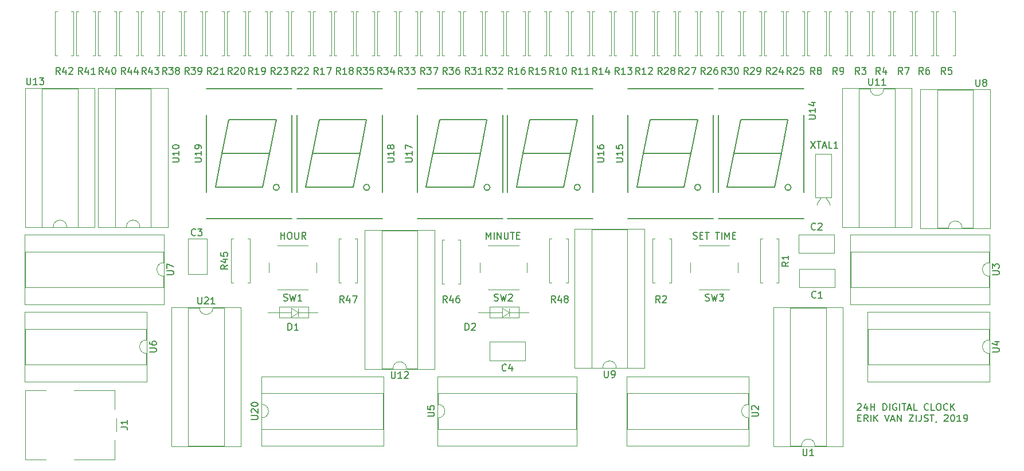
<source format=gto>
G04 #@! TF.GenerationSoftware,KiCad,Pcbnew,(5.1.2-1)-1*
G04 #@! TF.CreationDate,2019-06-19T18:54:32-07:00*
G04 #@! TF.ProjectId,clock,636c6f63-6b2e-46b6-9963-61645f706362,v01*
G04 #@! TF.SameCoordinates,Original*
G04 #@! TF.FileFunction,Legend,Top*
G04 #@! TF.FilePolarity,Positive*
%FSLAX46Y46*%
G04 Gerber Fmt 4.6, Leading zero omitted, Abs format (unit mm)*
G04 Created by KiCad (PCBNEW (5.1.2-1)-1) date 2019-06-19 18:54:32*
%MOMM*%
%LPD*%
G04 APERTURE LIST*
%ADD10C,0.150000*%
%ADD11C,0.120000*%
%ADD12C,0.100000*%
G04 APERTURE END LIST*
D10*
X252509976Y-117848619D02*
X252557595Y-117801000D01*
X252652833Y-117753380D01*
X252890928Y-117753380D01*
X252986166Y-117801000D01*
X253033785Y-117848619D01*
X253081404Y-117943857D01*
X253081404Y-118039095D01*
X253033785Y-118181952D01*
X252462357Y-118753380D01*
X253081404Y-118753380D01*
X253938547Y-118086714D02*
X253938547Y-118753380D01*
X253700452Y-117705761D02*
X253462357Y-118420047D01*
X254081404Y-118420047D01*
X254462357Y-118753380D02*
X254462357Y-117753380D01*
X254462357Y-118229571D02*
X255033785Y-118229571D01*
X255033785Y-118753380D02*
X255033785Y-117753380D01*
X256271880Y-118753380D02*
X256271880Y-117753380D01*
X256509976Y-117753380D01*
X256652833Y-117801000D01*
X256748071Y-117896238D01*
X256795690Y-117991476D01*
X256843309Y-118181952D01*
X256843309Y-118324809D01*
X256795690Y-118515285D01*
X256748071Y-118610523D01*
X256652833Y-118705761D01*
X256509976Y-118753380D01*
X256271880Y-118753380D01*
X257271880Y-118753380D02*
X257271880Y-117753380D01*
X258271880Y-117801000D02*
X258176642Y-117753380D01*
X258033785Y-117753380D01*
X257890928Y-117801000D01*
X257795690Y-117896238D01*
X257748071Y-117991476D01*
X257700452Y-118181952D01*
X257700452Y-118324809D01*
X257748071Y-118515285D01*
X257795690Y-118610523D01*
X257890928Y-118705761D01*
X258033785Y-118753380D01*
X258129023Y-118753380D01*
X258271880Y-118705761D01*
X258319500Y-118658142D01*
X258319500Y-118324809D01*
X258129023Y-118324809D01*
X258748071Y-118753380D02*
X258748071Y-117753380D01*
X259081404Y-117753380D02*
X259652833Y-117753380D01*
X259367119Y-118753380D02*
X259367119Y-117753380D01*
X259938547Y-118467666D02*
X260414738Y-118467666D01*
X259843309Y-118753380D02*
X260176642Y-117753380D01*
X260509976Y-118753380D01*
X261319500Y-118753380D02*
X260843309Y-118753380D01*
X260843309Y-117753380D01*
X262986166Y-118658142D02*
X262938547Y-118705761D01*
X262795690Y-118753380D01*
X262700452Y-118753380D01*
X262557595Y-118705761D01*
X262462357Y-118610523D01*
X262414738Y-118515285D01*
X262367119Y-118324809D01*
X262367119Y-118181952D01*
X262414738Y-117991476D01*
X262462357Y-117896238D01*
X262557595Y-117801000D01*
X262700452Y-117753380D01*
X262795690Y-117753380D01*
X262938547Y-117801000D01*
X262986166Y-117848619D01*
X263890928Y-118753380D02*
X263414738Y-118753380D01*
X263414738Y-117753380D01*
X264414738Y-117753380D02*
X264605214Y-117753380D01*
X264700452Y-117801000D01*
X264795690Y-117896238D01*
X264843309Y-118086714D01*
X264843309Y-118420047D01*
X264795690Y-118610523D01*
X264700452Y-118705761D01*
X264605214Y-118753380D01*
X264414738Y-118753380D01*
X264319500Y-118705761D01*
X264224261Y-118610523D01*
X264176642Y-118420047D01*
X264176642Y-118086714D01*
X264224261Y-117896238D01*
X264319500Y-117801000D01*
X264414738Y-117753380D01*
X265843309Y-118658142D02*
X265795690Y-118705761D01*
X265652833Y-118753380D01*
X265557595Y-118753380D01*
X265414738Y-118705761D01*
X265319500Y-118610523D01*
X265271880Y-118515285D01*
X265224261Y-118324809D01*
X265224261Y-118181952D01*
X265271880Y-117991476D01*
X265319500Y-117896238D01*
X265414738Y-117801000D01*
X265557595Y-117753380D01*
X265652833Y-117753380D01*
X265795690Y-117801000D01*
X265843309Y-117848619D01*
X266271880Y-118753380D02*
X266271880Y-117753380D01*
X266843309Y-118753380D02*
X266414738Y-118181952D01*
X266843309Y-117753380D02*
X266271880Y-118324809D01*
X252557595Y-119879571D02*
X252890928Y-119879571D01*
X253033785Y-120403380D02*
X252557595Y-120403380D01*
X252557595Y-119403380D01*
X253033785Y-119403380D01*
X254033785Y-120403380D02*
X253700452Y-119927190D01*
X253462357Y-120403380D02*
X253462357Y-119403380D01*
X253843309Y-119403380D01*
X253938547Y-119451000D01*
X253986166Y-119498619D01*
X254033785Y-119593857D01*
X254033785Y-119736714D01*
X253986166Y-119831952D01*
X253938547Y-119879571D01*
X253843309Y-119927190D01*
X253462357Y-119927190D01*
X254462357Y-120403380D02*
X254462357Y-119403380D01*
X254938547Y-120403380D02*
X254938547Y-119403380D01*
X255509976Y-120403380D02*
X255081404Y-119831952D01*
X255509976Y-119403380D02*
X254938547Y-119974809D01*
X256557595Y-119403380D02*
X256890928Y-120403380D01*
X257224261Y-119403380D01*
X257509976Y-120117666D02*
X257986166Y-120117666D01*
X257414738Y-120403380D02*
X257748071Y-119403380D01*
X258081404Y-120403380D01*
X258414738Y-120403380D02*
X258414738Y-119403380D01*
X258986166Y-120403380D01*
X258986166Y-119403380D01*
X260129023Y-119403380D02*
X260795690Y-119403380D01*
X260129023Y-120403380D01*
X260795690Y-120403380D01*
X261176642Y-120403380D02*
X261176642Y-119403380D01*
X261938547Y-119403380D02*
X261938547Y-120117666D01*
X261890928Y-120260523D01*
X261795690Y-120355761D01*
X261652833Y-120403380D01*
X261557595Y-120403380D01*
X262367119Y-120355761D02*
X262509976Y-120403380D01*
X262748071Y-120403380D01*
X262843309Y-120355761D01*
X262890928Y-120308142D01*
X262938547Y-120212904D01*
X262938547Y-120117666D01*
X262890928Y-120022428D01*
X262843309Y-119974809D01*
X262748071Y-119927190D01*
X262557595Y-119879571D01*
X262462357Y-119831952D01*
X262414738Y-119784333D01*
X262367119Y-119689095D01*
X262367119Y-119593857D01*
X262414738Y-119498619D01*
X262462357Y-119451000D01*
X262557595Y-119403380D01*
X262795690Y-119403380D01*
X262938547Y-119451000D01*
X263224261Y-119403380D02*
X263795690Y-119403380D01*
X263509976Y-120403380D02*
X263509976Y-119403380D01*
X264176642Y-120355761D02*
X264176642Y-120403380D01*
X264129023Y-120498619D01*
X264081404Y-120546238D01*
X265319500Y-119498619D02*
X265367119Y-119451000D01*
X265462357Y-119403380D01*
X265700452Y-119403380D01*
X265795690Y-119451000D01*
X265843309Y-119498619D01*
X265890928Y-119593857D01*
X265890928Y-119689095D01*
X265843309Y-119831952D01*
X265271880Y-120403380D01*
X265890928Y-120403380D01*
X266509976Y-119403380D02*
X266605214Y-119403380D01*
X266700452Y-119451000D01*
X266748071Y-119498619D01*
X266795690Y-119593857D01*
X266843309Y-119784333D01*
X266843309Y-120022428D01*
X266795690Y-120212904D01*
X266748071Y-120308142D01*
X266700452Y-120355761D01*
X266605214Y-120403380D01*
X266509976Y-120403380D01*
X266414738Y-120355761D01*
X266367119Y-120308142D01*
X266319500Y-120212904D01*
X266271880Y-120022428D01*
X266271880Y-119784333D01*
X266319500Y-119593857D01*
X266367119Y-119498619D01*
X266414738Y-119451000D01*
X266509976Y-119403380D01*
X267795690Y-120403380D02*
X267224261Y-120403380D01*
X267509976Y-120403380D02*
X267509976Y-119403380D01*
X267414738Y-119546238D01*
X267319500Y-119641476D01*
X267224261Y-119689095D01*
X268271880Y-120403380D02*
X268462357Y-120403380D01*
X268557595Y-120355761D01*
X268605214Y-120308142D01*
X268700452Y-120165285D01*
X268748071Y-119974809D01*
X268748071Y-119593857D01*
X268700452Y-119498619D01*
X268652833Y-119451000D01*
X268557595Y-119403380D01*
X268367119Y-119403380D01*
X268271880Y-119451000D01*
X268224261Y-119498619D01*
X268176642Y-119593857D01*
X268176642Y-119831952D01*
X268224261Y-119927190D01*
X268271880Y-119974809D01*
X268367119Y-120022428D01*
X268557595Y-120022428D01*
X268652833Y-119974809D01*
X268700452Y-119927190D01*
X268748071Y-119831952D01*
X167330666Y-93416380D02*
X167330666Y-92416380D01*
X167330666Y-92892571D02*
X167902095Y-92892571D01*
X167902095Y-93416380D02*
X167902095Y-92416380D01*
X168568761Y-92416380D02*
X168759238Y-92416380D01*
X168854476Y-92464000D01*
X168949714Y-92559238D01*
X168997333Y-92749714D01*
X168997333Y-93083047D01*
X168949714Y-93273523D01*
X168854476Y-93368761D01*
X168759238Y-93416380D01*
X168568761Y-93416380D01*
X168473523Y-93368761D01*
X168378285Y-93273523D01*
X168330666Y-93083047D01*
X168330666Y-92749714D01*
X168378285Y-92559238D01*
X168473523Y-92464000D01*
X168568761Y-92416380D01*
X169425904Y-92416380D02*
X169425904Y-93225904D01*
X169473523Y-93321142D01*
X169521142Y-93368761D01*
X169616380Y-93416380D01*
X169806857Y-93416380D01*
X169902095Y-93368761D01*
X169949714Y-93321142D01*
X169997333Y-93225904D01*
X169997333Y-92416380D01*
X171044952Y-93416380D02*
X170711619Y-92940190D01*
X170473523Y-93416380D02*
X170473523Y-92416380D01*
X170854476Y-92416380D01*
X170949714Y-92464000D01*
X170997333Y-92511619D01*
X171044952Y-92606857D01*
X171044952Y-92749714D01*
X170997333Y-92844952D01*
X170949714Y-92892571D01*
X170854476Y-92940190D01*
X170473523Y-92940190D01*
X197699619Y-93416380D02*
X197699619Y-92416380D01*
X198032952Y-93130666D01*
X198366285Y-92416380D01*
X198366285Y-93416380D01*
X198842476Y-93416380D02*
X198842476Y-92416380D01*
X199318666Y-93416380D02*
X199318666Y-92416380D01*
X199890095Y-93416380D01*
X199890095Y-92416380D01*
X200366285Y-92416380D02*
X200366285Y-93225904D01*
X200413904Y-93321142D01*
X200461523Y-93368761D01*
X200556761Y-93416380D01*
X200747238Y-93416380D01*
X200842476Y-93368761D01*
X200890095Y-93321142D01*
X200937714Y-93225904D01*
X200937714Y-92416380D01*
X201271047Y-92416380D02*
X201842476Y-92416380D01*
X201556761Y-93416380D02*
X201556761Y-92416380D01*
X202175809Y-92892571D02*
X202509142Y-92892571D01*
X202652000Y-93416380D02*
X202175809Y-93416380D01*
X202175809Y-92416380D01*
X202652000Y-92416380D01*
X228251142Y-93368761D02*
X228394000Y-93416380D01*
X228632095Y-93416380D01*
X228727333Y-93368761D01*
X228774952Y-93321142D01*
X228822571Y-93225904D01*
X228822571Y-93130666D01*
X228774952Y-93035428D01*
X228727333Y-92987809D01*
X228632095Y-92940190D01*
X228441619Y-92892571D01*
X228346380Y-92844952D01*
X228298761Y-92797333D01*
X228251142Y-92702095D01*
X228251142Y-92606857D01*
X228298761Y-92511619D01*
X228346380Y-92464000D01*
X228441619Y-92416380D01*
X228679714Y-92416380D01*
X228822571Y-92464000D01*
X229251142Y-92892571D02*
X229584476Y-92892571D01*
X229727333Y-93416380D02*
X229251142Y-93416380D01*
X229251142Y-92416380D01*
X229727333Y-92416380D01*
X230013047Y-92416380D02*
X230584476Y-92416380D01*
X230298761Y-93416380D02*
X230298761Y-92416380D01*
X231536857Y-92416380D02*
X232108285Y-92416380D01*
X231822571Y-93416380D02*
X231822571Y-92416380D01*
X232441619Y-93416380D02*
X232441619Y-92416380D01*
X232917809Y-93416380D02*
X232917809Y-92416380D01*
X233251142Y-93130666D01*
X233584476Y-92416380D01*
X233584476Y-93416380D01*
X234060666Y-92892571D02*
X234394000Y-92892571D01*
X234536857Y-93416380D02*
X234060666Y-93416380D01*
X234060666Y-92416380D01*
X234536857Y-92416380D01*
D11*
X245467000Y-66262000D02*
X245137000Y-66262000D01*
X245137000Y-66262000D02*
X245137000Y-59722000D01*
X245137000Y-59722000D02*
X245467000Y-59722000D01*
X247547000Y-66262000D02*
X247877000Y-66262000D01*
X247877000Y-66262000D02*
X247877000Y-59722000D01*
X247877000Y-59722000D02*
X247547000Y-59722000D01*
X140402000Y-91687000D02*
X150682000Y-91687000D01*
X140402000Y-71127000D02*
X140402000Y-91687000D01*
X150682000Y-71127000D02*
X140402000Y-71127000D01*
X150682000Y-91687000D02*
X150682000Y-71127000D01*
X142892000Y-91627000D02*
X144542000Y-91627000D01*
X142892000Y-71187000D02*
X142892000Y-91627000D01*
X148192000Y-71187000D02*
X142892000Y-71187000D01*
X148192000Y-91627000D02*
X148192000Y-71187000D01*
X146542000Y-91627000D02*
X148192000Y-91627000D01*
X144542000Y-91627000D02*
G75*
G02X146542000Y-91627000I1000000J0D01*
G01*
X238152000Y-99917000D02*
X238482000Y-99917000D01*
X238152000Y-93377000D02*
X238152000Y-99917000D01*
X238482000Y-93377000D02*
X238152000Y-93377000D01*
X240892000Y-99917000D02*
X240562000Y-99917000D01*
X240892000Y-93377000D02*
X240892000Y-99917000D01*
X240562000Y-93377000D02*
X240892000Y-93377000D01*
X225017000Y-93377000D02*
X224687000Y-93377000D01*
X225017000Y-99917000D02*
X225017000Y-93377000D01*
X224687000Y-99917000D02*
X225017000Y-99917000D01*
X222277000Y-93377000D02*
X222607000Y-93377000D01*
X222277000Y-99917000D02*
X222277000Y-93377000D01*
X222607000Y-99917000D02*
X222277000Y-99917000D01*
X251817000Y-66262000D02*
X251487000Y-66262000D01*
X251487000Y-66262000D02*
X251487000Y-59722000D01*
X251487000Y-59722000D02*
X251817000Y-59722000D01*
X253897000Y-66262000D02*
X254227000Y-66262000D01*
X254227000Y-66262000D02*
X254227000Y-59722000D01*
X254227000Y-59722000D02*
X253897000Y-59722000D01*
X257402000Y-59722000D02*
X257072000Y-59722000D01*
X257402000Y-66262000D02*
X257402000Y-59722000D01*
X257072000Y-66262000D02*
X257402000Y-66262000D01*
X254662000Y-59722000D02*
X254992000Y-59722000D01*
X254662000Y-66262000D02*
X254662000Y-59722000D01*
X254992000Y-66262000D02*
X254662000Y-66262000D01*
X266927000Y-59722000D02*
X266597000Y-59722000D01*
X266927000Y-66262000D02*
X266927000Y-59722000D01*
X266597000Y-66262000D02*
X266927000Y-66262000D01*
X264187000Y-59722000D02*
X264517000Y-59722000D01*
X264187000Y-66262000D02*
X264187000Y-59722000D01*
X264517000Y-66262000D02*
X264187000Y-66262000D01*
X263752000Y-59722000D02*
X263422000Y-59722000D01*
X263752000Y-66262000D02*
X263752000Y-59722000D01*
X263422000Y-66262000D02*
X263752000Y-66262000D01*
X261012000Y-59722000D02*
X261342000Y-59722000D01*
X261012000Y-66262000D02*
X261012000Y-59722000D01*
X261342000Y-66262000D02*
X261012000Y-66262000D01*
X260577000Y-59722000D02*
X260247000Y-59722000D01*
X260577000Y-66262000D02*
X260577000Y-59722000D01*
X260247000Y-66262000D02*
X260577000Y-66262000D01*
X257837000Y-59722000D02*
X258167000Y-59722000D01*
X257837000Y-66262000D02*
X257837000Y-59722000D01*
X258167000Y-66262000D02*
X257837000Y-66262000D01*
X251052000Y-59722000D02*
X250722000Y-59722000D01*
X251052000Y-66262000D02*
X251052000Y-59722000D01*
X250722000Y-66262000D02*
X251052000Y-66262000D01*
X248312000Y-59722000D02*
X248642000Y-59722000D01*
X248312000Y-66262000D02*
X248312000Y-59722000D01*
X248642000Y-66262000D02*
X248312000Y-66262000D01*
X207367000Y-66262000D02*
X207037000Y-66262000D01*
X207037000Y-66262000D02*
X207037000Y-59722000D01*
X207037000Y-59722000D02*
X207367000Y-59722000D01*
X209447000Y-66262000D02*
X209777000Y-66262000D01*
X209777000Y-66262000D02*
X209777000Y-59722000D01*
X209777000Y-59722000D02*
X209447000Y-59722000D01*
X212952000Y-59722000D02*
X212622000Y-59722000D01*
X212952000Y-66262000D02*
X212952000Y-59722000D01*
X212622000Y-66262000D02*
X212952000Y-66262000D01*
X210212000Y-59722000D02*
X210542000Y-59722000D01*
X210212000Y-66262000D02*
X210212000Y-59722000D01*
X210542000Y-66262000D02*
X210212000Y-66262000D01*
X220067000Y-66262000D02*
X219737000Y-66262000D01*
X219737000Y-66262000D02*
X219737000Y-59722000D01*
X219737000Y-59722000D02*
X220067000Y-59722000D01*
X222147000Y-66262000D02*
X222477000Y-66262000D01*
X222477000Y-66262000D02*
X222477000Y-59722000D01*
X222477000Y-59722000D02*
X222147000Y-59722000D01*
X219302000Y-59722000D02*
X218972000Y-59722000D01*
X219302000Y-66262000D02*
X219302000Y-59722000D01*
X218972000Y-66262000D02*
X219302000Y-66262000D01*
X216562000Y-59722000D02*
X216892000Y-59722000D01*
X216562000Y-66262000D02*
X216562000Y-59722000D01*
X216892000Y-66262000D02*
X216562000Y-66262000D01*
X213717000Y-66262000D02*
X213387000Y-66262000D01*
X213387000Y-66262000D02*
X213387000Y-59722000D01*
X213387000Y-59722000D02*
X213717000Y-59722000D01*
X215797000Y-66262000D02*
X216127000Y-66262000D01*
X216127000Y-66262000D02*
X216127000Y-59722000D01*
X216127000Y-59722000D02*
X215797000Y-59722000D01*
X206602000Y-59722000D02*
X206272000Y-59722000D01*
X206602000Y-66262000D02*
X206602000Y-59722000D01*
X206272000Y-66262000D02*
X206602000Y-66262000D01*
X203862000Y-59722000D02*
X204192000Y-59722000D01*
X203862000Y-66262000D02*
X203862000Y-59722000D01*
X204192000Y-66262000D02*
X203862000Y-66262000D01*
X201017000Y-66262000D02*
X200687000Y-66262000D01*
X200687000Y-66262000D02*
X200687000Y-59722000D01*
X200687000Y-59722000D02*
X201017000Y-59722000D01*
X203097000Y-66262000D02*
X203427000Y-66262000D01*
X203427000Y-66262000D02*
X203427000Y-59722000D01*
X203427000Y-59722000D02*
X203097000Y-59722000D01*
X172442000Y-66262000D02*
X172112000Y-66262000D01*
X172112000Y-66262000D02*
X172112000Y-59722000D01*
X172112000Y-59722000D02*
X172442000Y-59722000D01*
X174522000Y-66262000D02*
X174852000Y-66262000D01*
X174852000Y-66262000D02*
X174852000Y-59722000D01*
X174852000Y-59722000D02*
X174522000Y-59722000D01*
X178027000Y-59722000D02*
X177697000Y-59722000D01*
X178027000Y-66262000D02*
X178027000Y-59722000D01*
X177697000Y-66262000D02*
X178027000Y-66262000D01*
X175287000Y-59722000D02*
X175617000Y-59722000D01*
X175287000Y-66262000D02*
X175287000Y-59722000D01*
X175617000Y-66262000D02*
X175287000Y-66262000D01*
X162917000Y-66262000D02*
X162587000Y-66262000D01*
X162587000Y-66262000D02*
X162587000Y-59722000D01*
X162587000Y-59722000D02*
X162917000Y-59722000D01*
X164997000Y-66262000D02*
X165327000Y-66262000D01*
X165327000Y-66262000D02*
X165327000Y-59722000D01*
X165327000Y-59722000D02*
X164997000Y-59722000D01*
X162152000Y-59722000D02*
X161822000Y-59722000D01*
X162152000Y-66262000D02*
X162152000Y-59722000D01*
X161822000Y-66262000D02*
X162152000Y-66262000D01*
X159412000Y-59722000D02*
X159742000Y-59722000D01*
X159412000Y-66262000D02*
X159412000Y-59722000D01*
X159742000Y-66262000D02*
X159412000Y-66262000D01*
X156567000Y-66262000D02*
X156237000Y-66262000D01*
X156237000Y-66262000D02*
X156237000Y-59722000D01*
X156237000Y-59722000D02*
X156567000Y-59722000D01*
X158647000Y-66262000D02*
X158977000Y-66262000D01*
X158977000Y-66262000D02*
X158977000Y-59722000D01*
X158977000Y-59722000D02*
X158647000Y-59722000D01*
X171677000Y-59722000D02*
X171347000Y-59722000D01*
X171677000Y-66262000D02*
X171677000Y-59722000D01*
X171347000Y-66262000D02*
X171677000Y-66262000D01*
X168937000Y-59722000D02*
X169267000Y-59722000D01*
X168937000Y-66262000D02*
X168937000Y-59722000D01*
X169267000Y-66262000D02*
X168937000Y-66262000D01*
X166092000Y-66262000D02*
X165762000Y-66262000D01*
X165762000Y-66262000D02*
X165762000Y-59722000D01*
X165762000Y-59722000D02*
X166092000Y-59722000D01*
X168172000Y-66262000D02*
X168502000Y-66262000D01*
X168502000Y-66262000D02*
X168502000Y-59722000D01*
X168502000Y-59722000D02*
X168172000Y-59722000D01*
X239117000Y-66262000D02*
X238787000Y-66262000D01*
X238787000Y-66262000D02*
X238787000Y-59722000D01*
X238787000Y-59722000D02*
X239117000Y-59722000D01*
X241197000Y-66262000D02*
X241527000Y-66262000D01*
X241527000Y-66262000D02*
X241527000Y-59722000D01*
X241527000Y-59722000D02*
X241197000Y-59722000D01*
X244702000Y-59722000D02*
X244372000Y-59722000D01*
X244702000Y-66262000D02*
X244702000Y-59722000D01*
X244372000Y-66262000D02*
X244702000Y-66262000D01*
X241962000Y-59722000D02*
X242292000Y-59722000D01*
X241962000Y-66262000D02*
X241962000Y-59722000D01*
X242292000Y-66262000D02*
X241962000Y-66262000D01*
X229592000Y-66262000D02*
X229262000Y-66262000D01*
X229262000Y-66262000D02*
X229262000Y-59722000D01*
X229262000Y-59722000D02*
X229592000Y-59722000D01*
X231672000Y-66262000D02*
X232002000Y-66262000D01*
X232002000Y-66262000D02*
X232002000Y-59722000D01*
X232002000Y-59722000D02*
X231672000Y-59722000D01*
X228827000Y-59722000D02*
X228497000Y-59722000D01*
X228827000Y-66262000D02*
X228827000Y-59722000D01*
X228497000Y-66262000D02*
X228827000Y-66262000D01*
X226087000Y-59722000D02*
X226417000Y-59722000D01*
X226087000Y-66262000D02*
X226087000Y-59722000D01*
X226417000Y-66262000D02*
X226087000Y-66262000D01*
X223242000Y-66262000D02*
X222912000Y-66262000D01*
X222912000Y-66262000D02*
X222912000Y-59722000D01*
X222912000Y-59722000D02*
X223242000Y-59722000D01*
X225322000Y-66262000D02*
X225652000Y-66262000D01*
X225652000Y-66262000D02*
X225652000Y-59722000D01*
X225652000Y-59722000D02*
X225322000Y-59722000D01*
X238352000Y-59722000D02*
X238022000Y-59722000D01*
X238352000Y-66262000D02*
X238352000Y-59722000D01*
X238022000Y-66262000D02*
X238352000Y-66262000D01*
X235612000Y-59722000D02*
X235942000Y-59722000D01*
X235612000Y-66262000D02*
X235612000Y-59722000D01*
X235942000Y-66262000D02*
X235612000Y-66262000D01*
X232767000Y-66262000D02*
X232437000Y-66262000D01*
X232437000Y-66262000D02*
X232437000Y-59722000D01*
X232437000Y-59722000D02*
X232767000Y-59722000D01*
X234847000Y-66262000D02*
X235177000Y-66262000D01*
X235177000Y-66262000D02*
X235177000Y-59722000D01*
X235177000Y-59722000D02*
X234847000Y-59722000D01*
X197077000Y-59722000D02*
X196747000Y-59722000D01*
X197077000Y-66262000D02*
X197077000Y-59722000D01*
X196747000Y-66262000D02*
X197077000Y-66262000D01*
X194337000Y-59722000D02*
X194667000Y-59722000D01*
X194337000Y-66262000D02*
X194337000Y-59722000D01*
X194667000Y-66262000D02*
X194337000Y-66262000D01*
X197842000Y-66262000D02*
X197512000Y-66262000D01*
X197512000Y-66262000D02*
X197512000Y-59722000D01*
X197512000Y-59722000D02*
X197842000Y-59722000D01*
X199922000Y-66262000D02*
X200252000Y-66262000D01*
X200252000Y-66262000D02*
X200252000Y-59722000D01*
X200252000Y-59722000D02*
X199922000Y-59722000D01*
X187552000Y-59722000D02*
X187222000Y-59722000D01*
X187552000Y-66262000D02*
X187552000Y-59722000D01*
X187222000Y-66262000D02*
X187552000Y-66262000D01*
X184812000Y-59722000D02*
X185142000Y-59722000D01*
X184812000Y-66262000D02*
X184812000Y-59722000D01*
X185142000Y-66262000D02*
X184812000Y-66262000D01*
X181967000Y-66262000D02*
X181637000Y-66262000D01*
X181637000Y-66262000D02*
X181637000Y-59722000D01*
X181637000Y-59722000D02*
X181967000Y-59722000D01*
X184047000Y-66262000D02*
X184377000Y-66262000D01*
X184377000Y-66262000D02*
X184377000Y-59722000D01*
X184377000Y-59722000D02*
X184047000Y-59722000D01*
X181202000Y-59722000D02*
X180872000Y-59722000D01*
X181202000Y-66262000D02*
X181202000Y-59722000D01*
X180872000Y-66262000D02*
X181202000Y-66262000D01*
X178462000Y-59722000D02*
X178792000Y-59722000D01*
X178462000Y-66262000D02*
X178462000Y-59722000D01*
X178792000Y-66262000D02*
X178462000Y-66262000D01*
X191492000Y-66262000D02*
X191162000Y-66262000D01*
X191162000Y-66262000D02*
X191162000Y-59722000D01*
X191162000Y-59722000D02*
X191492000Y-59722000D01*
X193572000Y-66262000D02*
X193902000Y-66262000D01*
X193902000Y-66262000D02*
X193902000Y-59722000D01*
X193902000Y-59722000D02*
X193572000Y-59722000D01*
X188317000Y-66262000D02*
X187987000Y-66262000D01*
X187987000Y-66262000D02*
X187987000Y-59722000D01*
X187987000Y-59722000D02*
X188317000Y-59722000D01*
X190397000Y-66262000D02*
X190727000Y-66262000D01*
X190727000Y-66262000D02*
X190727000Y-59722000D01*
X190727000Y-59722000D02*
X190397000Y-59722000D01*
X152627000Y-59722000D02*
X152297000Y-59722000D01*
X152627000Y-66262000D02*
X152627000Y-59722000D01*
X152297000Y-66262000D02*
X152627000Y-66262000D01*
X149887000Y-59722000D02*
X150217000Y-59722000D01*
X149887000Y-66262000D02*
X149887000Y-59722000D01*
X150217000Y-66262000D02*
X149887000Y-66262000D01*
X153392000Y-66262000D02*
X153062000Y-66262000D01*
X153062000Y-66262000D02*
X153062000Y-59722000D01*
X153062000Y-59722000D02*
X153392000Y-59722000D01*
X155472000Y-66262000D02*
X155802000Y-66262000D01*
X155802000Y-66262000D02*
X155802000Y-59722000D01*
X155802000Y-59722000D02*
X155472000Y-59722000D01*
X140692000Y-66262000D02*
X140362000Y-66262000D01*
X140362000Y-66262000D02*
X140362000Y-59722000D01*
X140362000Y-59722000D02*
X140692000Y-59722000D01*
X142772000Y-66262000D02*
X143102000Y-66262000D01*
X143102000Y-66262000D02*
X143102000Y-59722000D01*
X143102000Y-59722000D02*
X142772000Y-59722000D01*
X139927000Y-59722000D02*
X139597000Y-59722000D01*
X139927000Y-66262000D02*
X139927000Y-59722000D01*
X139597000Y-66262000D02*
X139927000Y-66262000D01*
X137187000Y-59722000D02*
X137517000Y-59722000D01*
X137187000Y-66262000D02*
X137187000Y-59722000D01*
X137517000Y-66262000D02*
X137187000Y-66262000D01*
X134342000Y-66262000D02*
X134012000Y-66262000D01*
X134012000Y-66262000D02*
X134012000Y-59722000D01*
X134012000Y-59722000D02*
X134342000Y-59722000D01*
X136422000Y-66262000D02*
X136752000Y-66262000D01*
X136752000Y-66262000D02*
X136752000Y-59722000D01*
X136752000Y-59722000D02*
X136422000Y-59722000D01*
X149452000Y-59722000D02*
X149122000Y-59722000D01*
X149452000Y-66262000D02*
X149452000Y-59722000D01*
X149122000Y-66262000D02*
X149452000Y-66262000D01*
X146712000Y-59722000D02*
X147042000Y-59722000D01*
X146712000Y-66262000D02*
X146712000Y-59722000D01*
X147042000Y-66262000D02*
X146712000Y-66262000D01*
X146277000Y-59722000D02*
X145947000Y-59722000D01*
X146277000Y-66262000D02*
X146277000Y-59722000D01*
X145947000Y-66262000D02*
X146277000Y-66262000D01*
X143537000Y-59722000D02*
X143867000Y-59722000D01*
X143537000Y-66262000D02*
X143537000Y-59722000D01*
X143867000Y-66262000D02*
X143537000Y-66262000D01*
D10*
X242699214Y-85772000D02*
G75*
G03X242699214Y-85772000I-447214J0D01*
G01*
X231952000Y-71172000D02*
X244552000Y-71172000D01*
X244552000Y-75072000D02*
X244552000Y-86472000D01*
X231952000Y-75072000D02*
X231952000Y-86472000D01*
X244552000Y-90372000D02*
X231952000Y-90372000D01*
X235252000Y-75772000D02*
X242252000Y-75772000D01*
X241252000Y-80772000D02*
X234252000Y-80772000D01*
X242252000Y-75772000D02*
X241252000Y-80772000D01*
X240252000Y-85772000D02*
X241252000Y-80772000D01*
X233252000Y-85772000D02*
X240252000Y-85772000D01*
X234252000Y-80772000D02*
X233252000Y-85772000D01*
X235252000Y-75772000D02*
X234252000Y-80772000D01*
X221917000Y-75772000D02*
X220917000Y-80772000D01*
X220917000Y-80772000D02*
X219917000Y-85772000D01*
X219917000Y-85772000D02*
X226917000Y-85772000D01*
X226917000Y-85772000D02*
X227917000Y-80772000D01*
X228917000Y-75772000D02*
X227917000Y-80772000D01*
X227917000Y-80772000D02*
X220917000Y-80772000D01*
X221917000Y-75772000D02*
X228917000Y-75772000D01*
X231217000Y-90372000D02*
X218617000Y-90372000D01*
X218617000Y-75072000D02*
X218617000Y-86472000D01*
X231217000Y-75072000D02*
X231217000Y-86472000D01*
X218617000Y-71172000D02*
X231217000Y-71172000D01*
X229364214Y-85772000D02*
G75*
G03X229364214Y-85772000I-447214J0D01*
G01*
X211584214Y-85772000D02*
G75*
G03X211584214Y-85772000I-447214J0D01*
G01*
X200837000Y-71172000D02*
X213437000Y-71172000D01*
X213437000Y-75072000D02*
X213437000Y-86472000D01*
X200837000Y-75072000D02*
X200837000Y-86472000D01*
X213437000Y-90372000D02*
X200837000Y-90372000D01*
X204137000Y-75772000D02*
X211137000Y-75772000D01*
X210137000Y-80772000D02*
X203137000Y-80772000D01*
X211137000Y-75772000D02*
X210137000Y-80772000D01*
X209137000Y-85772000D02*
X210137000Y-80772000D01*
X202137000Y-85772000D02*
X209137000Y-85772000D01*
X203137000Y-80772000D02*
X202137000Y-85772000D01*
X204137000Y-75772000D02*
X203137000Y-80772000D01*
X190802000Y-75772000D02*
X189802000Y-80772000D01*
X189802000Y-80772000D02*
X188802000Y-85772000D01*
X188802000Y-85772000D02*
X195802000Y-85772000D01*
X195802000Y-85772000D02*
X196802000Y-80772000D01*
X197802000Y-75772000D02*
X196802000Y-80772000D01*
X196802000Y-80772000D02*
X189802000Y-80772000D01*
X190802000Y-75772000D02*
X197802000Y-75772000D01*
X200102000Y-90372000D02*
X187502000Y-90372000D01*
X187502000Y-75072000D02*
X187502000Y-86472000D01*
X200102000Y-75072000D02*
X200102000Y-86472000D01*
X187502000Y-71172000D02*
X200102000Y-71172000D01*
X198249214Y-85772000D02*
G75*
G03X198249214Y-85772000I-447214J0D01*
G01*
X173022000Y-75772000D02*
X172022000Y-80772000D01*
X172022000Y-80772000D02*
X171022000Y-85772000D01*
X171022000Y-85772000D02*
X178022000Y-85772000D01*
X178022000Y-85772000D02*
X179022000Y-80772000D01*
X180022000Y-75772000D02*
X179022000Y-80772000D01*
X179022000Y-80772000D02*
X172022000Y-80772000D01*
X173022000Y-75772000D02*
X180022000Y-75772000D01*
X182322000Y-90372000D02*
X169722000Y-90372000D01*
X169722000Y-75072000D02*
X169722000Y-86472000D01*
X182322000Y-75072000D02*
X182322000Y-86472000D01*
X169722000Y-71172000D02*
X182322000Y-71172000D01*
X180469214Y-85772000D02*
G75*
G03X180469214Y-85772000I-447214J0D01*
G01*
X167134214Y-85772000D02*
G75*
G03X167134214Y-85772000I-447214J0D01*
G01*
X156387000Y-71172000D02*
X168987000Y-71172000D01*
X168987000Y-75072000D02*
X168987000Y-86472000D01*
X156387000Y-75072000D02*
X156387000Y-86472000D01*
X168987000Y-90372000D02*
X156387000Y-90372000D01*
X159687000Y-75772000D02*
X166687000Y-75772000D01*
X165687000Y-80772000D02*
X158687000Y-80772000D01*
X166687000Y-75772000D02*
X165687000Y-80772000D01*
X164687000Y-85772000D02*
X165687000Y-80772000D01*
X157687000Y-85772000D02*
X164687000Y-85772000D01*
X158687000Y-80772000D02*
X157687000Y-85772000D01*
X159687000Y-75772000D02*
X158687000Y-80772000D01*
D11*
X246512000Y-88127000D02*
X246512000Y-88327000D01*
X247112000Y-87227000D02*
X246512000Y-88127000D01*
X248412000Y-88127000D02*
X248412000Y-88327000D01*
X247812000Y-87227000D02*
X248412000Y-88127000D01*
X246262000Y-87227000D02*
X248662000Y-87227000D01*
X246262000Y-80827000D02*
X246262000Y-87227000D01*
X248662000Y-80827000D02*
X246262000Y-80827000D01*
X248662000Y-87227000D02*
X248662000Y-80827000D01*
X240097000Y-124072000D02*
X250377000Y-124072000D01*
X240097000Y-103512000D02*
X240097000Y-124072000D01*
X250377000Y-103512000D02*
X240097000Y-103512000D01*
X250377000Y-124072000D02*
X250377000Y-103512000D01*
X242587000Y-124012000D02*
X244237000Y-124012000D01*
X242587000Y-103572000D02*
X242587000Y-124012000D01*
X247887000Y-103572000D02*
X242587000Y-103572000D01*
X247887000Y-124012000D02*
X247887000Y-103572000D01*
X246237000Y-124012000D02*
X247887000Y-124012000D01*
X244237000Y-124012000D02*
G75*
G02X246237000Y-124012000I1000000J0D01*
G01*
X236467000Y-124012000D02*
X236467000Y-113732000D01*
X218447000Y-124012000D02*
X236467000Y-124012000D01*
X218447000Y-113732000D02*
X218447000Y-124012000D01*
X236467000Y-113732000D02*
X218447000Y-113732000D01*
X236407000Y-121522000D02*
X236407000Y-119872000D01*
X218507000Y-121522000D02*
X236407000Y-121522000D01*
X218507000Y-116222000D02*
X218507000Y-121522000D01*
X236407000Y-116222000D02*
X218507000Y-116222000D01*
X236407000Y-117872000D02*
X236407000Y-116222000D01*
X236407000Y-119872000D02*
G75*
G02X236407000Y-117872000I0J1000000D01*
G01*
X271967000Y-98917000D02*
G75*
G02X271967000Y-96917000I0J1000000D01*
G01*
X271967000Y-96917000D02*
X271967000Y-95267000D01*
X271967000Y-95267000D02*
X251527000Y-95267000D01*
X251527000Y-95267000D02*
X251527000Y-100567000D01*
X251527000Y-100567000D02*
X271967000Y-100567000D01*
X271967000Y-100567000D02*
X271967000Y-98917000D01*
X272027000Y-92777000D02*
X251467000Y-92777000D01*
X251467000Y-92777000D02*
X251467000Y-103057000D01*
X251467000Y-103057000D02*
X272027000Y-103057000D01*
X272027000Y-103057000D02*
X272027000Y-92777000D01*
X271967000Y-110347000D02*
G75*
G02X271967000Y-108347000I0J1000000D01*
G01*
X271967000Y-108347000D02*
X271967000Y-106697000D01*
X271967000Y-106697000D02*
X254067000Y-106697000D01*
X254067000Y-106697000D02*
X254067000Y-111997000D01*
X254067000Y-111997000D02*
X271967000Y-111997000D01*
X271967000Y-111997000D02*
X271967000Y-110347000D01*
X272027000Y-104207000D02*
X254007000Y-104207000D01*
X254007000Y-104207000D02*
X254007000Y-114487000D01*
X254007000Y-114487000D02*
X272027000Y-114487000D01*
X272027000Y-114487000D02*
X272027000Y-104207000D01*
X190507000Y-113732000D02*
X190507000Y-124012000D01*
X211067000Y-113732000D02*
X190507000Y-113732000D01*
X211067000Y-124012000D02*
X211067000Y-113732000D01*
X190507000Y-124012000D02*
X211067000Y-124012000D01*
X190567000Y-116222000D02*
X190567000Y-117872000D01*
X211007000Y-116222000D02*
X190567000Y-116222000D01*
X211007000Y-121522000D02*
X211007000Y-116222000D01*
X190567000Y-121522000D02*
X211007000Y-121522000D01*
X190567000Y-119872000D02*
X190567000Y-121522000D01*
X190567000Y-117872000D02*
G75*
G02X190567000Y-119872000I0J-1000000D01*
G01*
X147567000Y-114487000D02*
X147567000Y-104207000D01*
X129547000Y-114487000D02*
X147567000Y-114487000D01*
X129547000Y-104207000D02*
X129547000Y-114487000D01*
X147567000Y-104207000D02*
X129547000Y-104207000D01*
X147507000Y-111997000D02*
X147507000Y-110347000D01*
X129607000Y-111997000D02*
X147507000Y-111997000D01*
X129607000Y-106697000D02*
X129607000Y-111997000D01*
X147507000Y-106697000D02*
X129607000Y-106697000D01*
X147507000Y-108347000D02*
X147507000Y-106697000D01*
X147507000Y-110347000D02*
G75*
G02X147507000Y-108347000I0J1000000D01*
G01*
X150047000Y-98917000D02*
G75*
G02X150047000Y-96917000I0J1000000D01*
G01*
X150047000Y-96917000D02*
X150047000Y-95267000D01*
X150047000Y-95267000D02*
X129607000Y-95267000D01*
X129607000Y-95267000D02*
X129607000Y-100567000D01*
X129607000Y-100567000D02*
X150047000Y-100567000D01*
X150047000Y-100567000D02*
X150047000Y-98917000D01*
X150107000Y-92777000D02*
X129547000Y-92777000D01*
X129547000Y-92777000D02*
X129547000Y-103057000D01*
X129547000Y-103057000D02*
X150107000Y-103057000D01*
X150107000Y-103057000D02*
X150107000Y-92777000D01*
X261814000Y-91814000D02*
X272094000Y-91814000D01*
X261814000Y-71254000D02*
X261814000Y-91814000D01*
X272094000Y-71254000D02*
X261814000Y-71254000D01*
X272094000Y-91814000D02*
X272094000Y-71254000D01*
X264304000Y-91754000D02*
X265954000Y-91754000D01*
X264304000Y-71314000D02*
X264304000Y-91754000D01*
X269604000Y-71314000D02*
X264304000Y-71314000D01*
X269604000Y-91754000D02*
X269604000Y-71314000D01*
X267954000Y-91754000D02*
X269604000Y-91754000D01*
X265954000Y-91754000D02*
G75*
G02X267954000Y-91754000I1000000J0D01*
G01*
X214900000Y-112455000D02*
G75*
G02X216900000Y-112455000I1000000J0D01*
G01*
X216900000Y-112455000D02*
X218550000Y-112455000D01*
X218550000Y-112455000D02*
X218550000Y-92015000D01*
X218550000Y-92015000D02*
X213250000Y-92015000D01*
X213250000Y-92015000D02*
X213250000Y-112455000D01*
X213250000Y-112455000D02*
X214900000Y-112455000D01*
X221040000Y-112515000D02*
X221040000Y-91955000D01*
X221040000Y-91955000D02*
X210760000Y-91955000D01*
X210760000Y-91955000D02*
X210760000Y-112515000D01*
X210760000Y-112515000D02*
X221040000Y-112515000D01*
X256397000Y-71187000D02*
G75*
G02X254397000Y-71187000I-1000000J0D01*
G01*
X254397000Y-71187000D02*
X252747000Y-71187000D01*
X252747000Y-71187000D02*
X252747000Y-91627000D01*
X252747000Y-91627000D02*
X258047000Y-91627000D01*
X258047000Y-91627000D02*
X258047000Y-71187000D01*
X258047000Y-71187000D02*
X256397000Y-71187000D01*
X250257000Y-71127000D02*
X250257000Y-91687000D01*
X250257000Y-91687000D02*
X260537000Y-91687000D01*
X260537000Y-91687000D02*
X260537000Y-71127000D01*
X260537000Y-71127000D02*
X250257000Y-71127000D01*
X179772000Y-112642000D02*
X190052000Y-112642000D01*
X179772000Y-92082000D02*
X179772000Y-112642000D01*
X190052000Y-92082000D02*
X179772000Y-92082000D01*
X190052000Y-112642000D02*
X190052000Y-92082000D01*
X182262000Y-112582000D02*
X183912000Y-112582000D01*
X182262000Y-92142000D02*
X182262000Y-112582000D01*
X187562000Y-92142000D02*
X182262000Y-92142000D01*
X187562000Y-112582000D02*
X187562000Y-92142000D01*
X185912000Y-112582000D02*
X187562000Y-112582000D01*
X183912000Y-112582000D02*
G75*
G02X185912000Y-112582000I1000000J0D01*
G01*
X133747000Y-91627000D02*
G75*
G02X135747000Y-91627000I1000000J0D01*
G01*
X135747000Y-91627000D02*
X137397000Y-91627000D01*
X137397000Y-91627000D02*
X137397000Y-71187000D01*
X137397000Y-71187000D02*
X132097000Y-71187000D01*
X132097000Y-71187000D02*
X132097000Y-91627000D01*
X132097000Y-91627000D02*
X133747000Y-91627000D01*
X139887000Y-91687000D02*
X139887000Y-71127000D01*
X139887000Y-71127000D02*
X129607000Y-71127000D01*
X129607000Y-71127000D02*
X129607000Y-91687000D01*
X129607000Y-91687000D02*
X139887000Y-91687000D01*
D12*
X169917000Y-104267000D02*
X169917000Y-103667000D01*
X169917000Y-104267000D02*
X169917000Y-104867000D01*
X169917000Y-104267000D02*
X170617000Y-104267000D01*
X167117000Y-104267000D02*
X168917000Y-104267000D01*
X168917000Y-104967000D02*
X168917000Y-103567000D01*
X168917000Y-103567000D02*
X169917000Y-104267000D01*
X169917000Y-104267000D02*
X168917000Y-104967000D01*
X170617000Y-104267000D02*
X171417000Y-104267000D01*
X165417000Y-104267000D02*
X167117000Y-104267000D01*
X171417000Y-104267000D02*
X171417000Y-103467000D01*
X171417000Y-103467000D02*
X167117000Y-103467000D01*
X167117000Y-103467000D02*
X167117000Y-104267000D01*
X172817000Y-104267000D02*
X171417000Y-104267000D01*
X171417000Y-104267000D02*
X171417000Y-105067000D01*
X171417000Y-105067000D02*
X167117000Y-105067000D01*
X167117000Y-105067000D02*
X167117000Y-104267000D01*
X198232000Y-105067000D02*
X198232000Y-104267000D01*
X202532000Y-105067000D02*
X198232000Y-105067000D01*
X202532000Y-104267000D02*
X202532000Y-105067000D01*
X203932000Y-104267000D02*
X202532000Y-104267000D01*
X198232000Y-103467000D02*
X198232000Y-104267000D01*
X202532000Y-103467000D02*
X198232000Y-103467000D01*
X202532000Y-104267000D02*
X202532000Y-103467000D01*
X196532000Y-104267000D02*
X198232000Y-104267000D01*
X201732000Y-104267000D02*
X202532000Y-104267000D01*
X201032000Y-104267000D02*
X200032000Y-104967000D01*
X200032000Y-103567000D02*
X201032000Y-104267000D01*
X200032000Y-104967000D02*
X200032000Y-103567000D01*
X198232000Y-104267000D02*
X200032000Y-104267000D01*
X201032000Y-104267000D02*
X201732000Y-104267000D01*
X201032000Y-104267000D02*
X201032000Y-104867000D01*
X201032000Y-104267000D02*
X201032000Y-103667000D01*
D11*
X162787000Y-93377000D02*
X162457000Y-93377000D01*
X162787000Y-99917000D02*
X162787000Y-93377000D01*
X162457000Y-99917000D02*
X162787000Y-99917000D01*
X160047000Y-93377000D02*
X160377000Y-93377000D01*
X160047000Y-99917000D02*
X160047000Y-93377000D01*
X160377000Y-99917000D02*
X160047000Y-99917000D01*
X191162000Y-100044000D02*
X191492000Y-100044000D01*
X191162000Y-93504000D02*
X191162000Y-100044000D01*
X191492000Y-93504000D02*
X191162000Y-93504000D01*
X193902000Y-100044000D02*
X193572000Y-100044000D01*
X193902000Y-93504000D02*
X193902000Y-100044000D01*
X193572000Y-93504000D02*
X193902000Y-93504000D01*
X178332000Y-93377000D02*
X178662000Y-93377000D01*
X178662000Y-93377000D02*
X178662000Y-99917000D01*
X178662000Y-99917000D02*
X178332000Y-99917000D01*
X176252000Y-93377000D02*
X175922000Y-93377000D01*
X175922000Y-93377000D02*
X175922000Y-99917000D01*
X175922000Y-99917000D02*
X176252000Y-99917000D01*
X209447000Y-93377000D02*
X209777000Y-93377000D01*
X209777000Y-93377000D02*
X209777000Y-99917000D01*
X209777000Y-99917000D02*
X209447000Y-99917000D01*
X207367000Y-93377000D02*
X207037000Y-93377000D01*
X207037000Y-93377000D02*
X207037000Y-99917000D01*
X207037000Y-99917000D02*
X207367000Y-99917000D01*
X172612000Y-98377000D02*
X172612000Y-96877000D01*
X171362000Y-94377000D02*
X166862000Y-94377000D01*
X165612000Y-96877000D02*
X165612000Y-98377000D01*
X166862000Y-100877000D02*
X171362000Y-100877000D01*
X203727000Y-98377000D02*
X203727000Y-96877000D01*
X202477000Y-94377000D02*
X197977000Y-94377000D01*
X196727000Y-96877000D02*
X196727000Y-98377000D01*
X197977000Y-100877000D02*
X202477000Y-100877000D01*
X229092000Y-100877000D02*
X233592000Y-100877000D01*
X227842000Y-96877000D02*
X227842000Y-98377000D01*
X233592000Y-94377000D02*
X229092000Y-94377000D01*
X234842000Y-98377000D02*
X234842000Y-96877000D01*
X164472000Y-113732000D02*
X164472000Y-124012000D01*
X182492000Y-113732000D02*
X164472000Y-113732000D01*
X182492000Y-124012000D02*
X182492000Y-113732000D01*
X164472000Y-124012000D02*
X182492000Y-124012000D01*
X164532000Y-116222000D02*
X164532000Y-117872000D01*
X182432000Y-116222000D02*
X164532000Y-116222000D01*
X182432000Y-121522000D02*
X182432000Y-116222000D01*
X164532000Y-121522000D02*
X182432000Y-121522000D01*
X164532000Y-119872000D02*
X164532000Y-121522000D01*
X164532000Y-117872000D02*
G75*
G02X164532000Y-119872000I0J-1000000D01*
G01*
X161477000Y-103512000D02*
X151197000Y-103512000D01*
X161477000Y-124072000D02*
X161477000Y-103512000D01*
X151197000Y-124072000D02*
X161477000Y-124072000D01*
X151197000Y-103512000D02*
X151197000Y-124072000D01*
X158987000Y-103572000D02*
X157337000Y-103572000D01*
X158987000Y-124012000D02*
X158987000Y-103572000D01*
X153687000Y-124012000D02*
X158987000Y-124012000D01*
X153687000Y-103572000D02*
X153687000Y-124012000D01*
X155337000Y-103572000D02*
X153687000Y-103572000D01*
X157337000Y-103572000D02*
G75*
G02X155337000Y-103572000I-1000000J0D01*
G01*
X249147000Y-100557000D02*
X243907000Y-100557000D01*
X249147000Y-97817000D02*
X243907000Y-97817000D01*
X249147000Y-100557000D02*
X249147000Y-97817000D01*
X243907000Y-100557000D02*
X243907000Y-97817000D01*
X249107000Y-92737000D02*
X249107000Y-95477000D01*
X243867000Y-92737000D02*
X243867000Y-95477000D01*
X243867000Y-95477000D02*
X249107000Y-95477000D01*
X243867000Y-92737000D02*
X249107000Y-92737000D01*
X156437000Y-98612000D02*
X153697000Y-98612000D01*
X156437000Y-93372000D02*
X153697000Y-93372000D01*
X153697000Y-93372000D02*
X153697000Y-98612000D01*
X156437000Y-93372000D02*
X156437000Y-98612000D01*
X203427000Y-111352000D02*
X198187000Y-111352000D01*
X203427000Y-108612000D02*
X198187000Y-108612000D01*
X203427000Y-111352000D02*
X203427000Y-108612000D01*
X198187000Y-111352000D02*
X198187000Y-108612000D01*
X143032000Y-119904000D02*
X143032000Y-121904000D01*
X129622000Y-115794000D02*
X132682000Y-115794000D01*
X129622000Y-126014000D02*
X129622000Y-115794000D01*
X132682000Y-126014000D02*
X129622000Y-126014000D01*
X142842000Y-126014000D02*
X136782000Y-126014000D01*
X142842000Y-123204000D02*
X142842000Y-126014000D01*
X142842000Y-115794000D02*
X142842000Y-118604000D01*
X136782000Y-115794000D02*
X142842000Y-115794000D01*
D10*
X246213333Y-69032380D02*
X245880000Y-68556190D01*
X245641904Y-69032380D02*
X245641904Y-68032380D01*
X246022857Y-68032380D01*
X246118095Y-68080000D01*
X246165714Y-68127619D01*
X246213333Y-68222857D01*
X246213333Y-68365714D01*
X246165714Y-68460952D01*
X246118095Y-68508571D01*
X246022857Y-68556190D01*
X245641904Y-68556190D01*
X246784761Y-68460952D02*
X246689523Y-68413333D01*
X246641904Y-68365714D01*
X246594285Y-68270476D01*
X246594285Y-68222857D01*
X246641904Y-68127619D01*
X246689523Y-68080000D01*
X246784761Y-68032380D01*
X246975238Y-68032380D01*
X247070476Y-68080000D01*
X247118095Y-68127619D01*
X247165714Y-68222857D01*
X247165714Y-68270476D01*
X247118095Y-68365714D01*
X247070476Y-68413333D01*
X246975238Y-68460952D01*
X246784761Y-68460952D01*
X246689523Y-68508571D01*
X246641904Y-68556190D01*
X246594285Y-68651428D01*
X246594285Y-68841904D01*
X246641904Y-68937142D01*
X246689523Y-68984761D01*
X246784761Y-69032380D01*
X246975238Y-69032380D01*
X247070476Y-68984761D01*
X247118095Y-68937142D01*
X247165714Y-68841904D01*
X247165714Y-68651428D01*
X247118095Y-68556190D01*
X247070476Y-68508571D01*
X246975238Y-68460952D01*
X151344380Y-82010095D02*
X152153904Y-82010095D01*
X152249142Y-81962476D01*
X152296761Y-81914857D01*
X152344380Y-81819619D01*
X152344380Y-81629142D01*
X152296761Y-81533904D01*
X152249142Y-81486285D01*
X152153904Y-81438666D01*
X151344380Y-81438666D01*
X152344380Y-80438666D02*
X152344380Y-81010095D01*
X152344380Y-80724380D02*
X151344380Y-80724380D01*
X151487238Y-80819619D01*
X151582476Y-80914857D01*
X151630095Y-81010095D01*
X151344380Y-79819619D02*
X151344380Y-79724380D01*
X151392000Y-79629142D01*
X151439619Y-79581523D01*
X151534857Y-79533904D01*
X151725333Y-79486285D01*
X151963428Y-79486285D01*
X152153904Y-79533904D01*
X152249142Y-79581523D01*
X152296761Y-79629142D01*
X152344380Y-79724380D01*
X152344380Y-79819619D01*
X152296761Y-79914857D01*
X152249142Y-79962476D01*
X152153904Y-80010095D01*
X151963428Y-80057714D01*
X151725333Y-80057714D01*
X151534857Y-80010095D01*
X151439619Y-79962476D01*
X151392000Y-79914857D01*
X151344380Y-79819619D01*
X242344380Y-96813666D02*
X241868190Y-97147000D01*
X242344380Y-97385095D02*
X241344380Y-97385095D01*
X241344380Y-97004142D01*
X241392000Y-96908904D01*
X241439619Y-96861285D01*
X241534857Y-96813666D01*
X241677714Y-96813666D01*
X241772952Y-96861285D01*
X241820571Y-96908904D01*
X241868190Y-97004142D01*
X241868190Y-97385095D01*
X242344380Y-95861285D02*
X242344380Y-96432714D01*
X242344380Y-96147000D02*
X241344380Y-96147000D01*
X241487238Y-96242238D01*
X241582476Y-96337476D01*
X241630095Y-96432714D01*
X223353333Y-102814380D02*
X223020000Y-102338190D01*
X222781904Y-102814380D02*
X222781904Y-101814380D01*
X223162857Y-101814380D01*
X223258095Y-101862000D01*
X223305714Y-101909619D01*
X223353333Y-102004857D01*
X223353333Y-102147714D01*
X223305714Y-102242952D01*
X223258095Y-102290571D01*
X223162857Y-102338190D01*
X222781904Y-102338190D01*
X223734285Y-101909619D02*
X223781904Y-101862000D01*
X223877142Y-101814380D01*
X224115238Y-101814380D01*
X224210476Y-101862000D01*
X224258095Y-101909619D01*
X224305714Y-102004857D01*
X224305714Y-102100095D01*
X224258095Y-102242952D01*
X223686666Y-102814380D01*
X224305714Y-102814380D01*
X252817333Y-69032380D02*
X252484000Y-68556190D01*
X252245904Y-69032380D02*
X252245904Y-68032380D01*
X252626857Y-68032380D01*
X252722095Y-68080000D01*
X252769714Y-68127619D01*
X252817333Y-68222857D01*
X252817333Y-68365714D01*
X252769714Y-68460952D01*
X252722095Y-68508571D01*
X252626857Y-68556190D01*
X252245904Y-68556190D01*
X253150666Y-68032380D02*
X253769714Y-68032380D01*
X253436380Y-68413333D01*
X253579238Y-68413333D01*
X253674476Y-68460952D01*
X253722095Y-68508571D01*
X253769714Y-68603809D01*
X253769714Y-68841904D01*
X253722095Y-68937142D01*
X253674476Y-68984761D01*
X253579238Y-69032380D01*
X253293523Y-69032380D01*
X253198285Y-68984761D01*
X253150666Y-68937142D01*
X255865333Y-69032380D02*
X255532000Y-68556190D01*
X255293904Y-69032380D02*
X255293904Y-68032380D01*
X255674857Y-68032380D01*
X255770095Y-68080000D01*
X255817714Y-68127619D01*
X255865333Y-68222857D01*
X255865333Y-68365714D01*
X255817714Y-68460952D01*
X255770095Y-68508571D01*
X255674857Y-68556190D01*
X255293904Y-68556190D01*
X256722476Y-68365714D02*
X256722476Y-69032380D01*
X256484380Y-67984761D02*
X256246285Y-68699047D01*
X256865333Y-68699047D01*
X265517333Y-69032380D02*
X265184000Y-68556190D01*
X264945904Y-69032380D02*
X264945904Y-68032380D01*
X265326857Y-68032380D01*
X265422095Y-68080000D01*
X265469714Y-68127619D01*
X265517333Y-68222857D01*
X265517333Y-68365714D01*
X265469714Y-68460952D01*
X265422095Y-68508571D01*
X265326857Y-68556190D01*
X264945904Y-68556190D01*
X266422095Y-68032380D02*
X265945904Y-68032380D01*
X265898285Y-68508571D01*
X265945904Y-68460952D01*
X266041142Y-68413333D01*
X266279238Y-68413333D01*
X266374476Y-68460952D01*
X266422095Y-68508571D01*
X266469714Y-68603809D01*
X266469714Y-68841904D01*
X266422095Y-68937142D01*
X266374476Y-68984761D01*
X266279238Y-69032380D01*
X266041142Y-69032380D01*
X265945904Y-68984761D01*
X265898285Y-68937142D01*
X262215333Y-69032380D02*
X261882000Y-68556190D01*
X261643904Y-69032380D02*
X261643904Y-68032380D01*
X262024857Y-68032380D01*
X262120095Y-68080000D01*
X262167714Y-68127619D01*
X262215333Y-68222857D01*
X262215333Y-68365714D01*
X262167714Y-68460952D01*
X262120095Y-68508571D01*
X262024857Y-68556190D01*
X261643904Y-68556190D01*
X263072476Y-68032380D02*
X262882000Y-68032380D01*
X262786761Y-68080000D01*
X262739142Y-68127619D01*
X262643904Y-68270476D01*
X262596285Y-68460952D01*
X262596285Y-68841904D01*
X262643904Y-68937142D01*
X262691523Y-68984761D01*
X262786761Y-69032380D01*
X262977238Y-69032380D01*
X263072476Y-68984761D01*
X263120095Y-68937142D01*
X263167714Y-68841904D01*
X263167714Y-68603809D01*
X263120095Y-68508571D01*
X263072476Y-68460952D01*
X262977238Y-68413333D01*
X262786761Y-68413333D01*
X262691523Y-68460952D01*
X262643904Y-68508571D01*
X262596285Y-68603809D01*
X259167333Y-69032380D02*
X258834000Y-68556190D01*
X258595904Y-69032380D02*
X258595904Y-68032380D01*
X258976857Y-68032380D01*
X259072095Y-68080000D01*
X259119714Y-68127619D01*
X259167333Y-68222857D01*
X259167333Y-68365714D01*
X259119714Y-68460952D01*
X259072095Y-68508571D01*
X258976857Y-68556190D01*
X258595904Y-68556190D01*
X259500666Y-68032380D02*
X260167333Y-68032380D01*
X259738761Y-69032380D01*
X249515333Y-69032380D02*
X249182000Y-68556190D01*
X248943904Y-69032380D02*
X248943904Y-68032380D01*
X249324857Y-68032380D01*
X249420095Y-68080000D01*
X249467714Y-68127619D01*
X249515333Y-68222857D01*
X249515333Y-68365714D01*
X249467714Y-68460952D01*
X249420095Y-68508571D01*
X249324857Y-68556190D01*
X248943904Y-68556190D01*
X249991523Y-69032380D02*
X250182000Y-69032380D01*
X250277238Y-68984761D01*
X250324857Y-68937142D01*
X250420095Y-68794285D01*
X250467714Y-68603809D01*
X250467714Y-68222857D01*
X250420095Y-68127619D01*
X250372476Y-68080000D01*
X250277238Y-68032380D01*
X250086761Y-68032380D01*
X249991523Y-68080000D01*
X249943904Y-68127619D01*
X249896285Y-68222857D01*
X249896285Y-68460952D01*
X249943904Y-68556190D01*
X249991523Y-68603809D01*
X250086761Y-68651428D01*
X250277238Y-68651428D01*
X250372476Y-68603809D01*
X250420095Y-68556190D01*
X250467714Y-68460952D01*
X207637142Y-69032380D02*
X207303809Y-68556190D01*
X207065714Y-69032380D02*
X207065714Y-68032380D01*
X207446666Y-68032380D01*
X207541904Y-68080000D01*
X207589523Y-68127619D01*
X207637142Y-68222857D01*
X207637142Y-68365714D01*
X207589523Y-68460952D01*
X207541904Y-68508571D01*
X207446666Y-68556190D01*
X207065714Y-68556190D01*
X208589523Y-69032380D02*
X208018095Y-69032380D01*
X208303809Y-69032380D02*
X208303809Y-68032380D01*
X208208571Y-68175238D01*
X208113333Y-68270476D01*
X208018095Y-68318095D01*
X209208571Y-68032380D02*
X209303809Y-68032380D01*
X209399047Y-68080000D01*
X209446666Y-68127619D01*
X209494285Y-68222857D01*
X209541904Y-68413333D01*
X209541904Y-68651428D01*
X209494285Y-68841904D01*
X209446666Y-68937142D01*
X209399047Y-68984761D01*
X209303809Y-69032380D01*
X209208571Y-69032380D01*
X209113333Y-68984761D01*
X209065714Y-68937142D01*
X209018095Y-68841904D01*
X208970476Y-68651428D01*
X208970476Y-68413333D01*
X209018095Y-68222857D01*
X209065714Y-68127619D01*
X209113333Y-68080000D01*
X209208571Y-68032380D01*
X210939142Y-69032380D02*
X210605809Y-68556190D01*
X210367714Y-69032380D02*
X210367714Y-68032380D01*
X210748666Y-68032380D01*
X210843904Y-68080000D01*
X210891523Y-68127619D01*
X210939142Y-68222857D01*
X210939142Y-68365714D01*
X210891523Y-68460952D01*
X210843904Y-68508571D01*
X210748666Y-68556190D01*
X210367714Y-68556190D01*
X211891523Y-69032380D02*
X211320095Y-69032380D01*
X211605809Y-69032380D02*
X211605809Y-68032380D01*
X211510571Y-68175238D01*
X211415333Y-68270476D01*
X211320095Y-68318095D01*
X212843904Y-69032380D02*
X212272476Y-69032380D01*
X212558190Y-69032380D02*
X212558190Y-68032380D01*
X212462952Y-68175238D01*
X212367714Y-68270476D01*
X212272476Y-68318095D01*
X220337142Y-69032380D02*
X220003809Y-68556190D01*
X219765714Y-69032380D02*
X219765714Y-68032380D01*
X220146666Y-68032380D01*
X220241904Y-68080000D01*
X220289523Y-68127619D01*
X220337142Y-68222857D01*
X220337142Y-68365714D01*
X220289523Y-68460952D01*
X220241904Y-68508571D01*
X220146666Y-68556190D01*
X219765714Y-68556190D01*
X221289523Y-69032380D02*
X220718095Y-69032380D01*
X221003809Y-69032380D02*
X221003809Y-68032380D01*
X220908571Y-68175238D01*
X220813333Y-68270476D01*
X220718095Y-68318095D01*
X221670476Y-68127619D02*
X221718095Y-68080000D01*
X221813333Y-68032380D01*
X222051428Y-68032380D01*
X222146666Y-68080000D01*
X222194285Y-68127619D01*
X222241904Y-68222857D01*
X222241904Y-68318095D01*
X222194285Y-68460952D01*
X221622857Y-69032380D01*
X222241904Y-69032380D01*
X217289142Y-69032380D02*
X216955809Y-68556190D01*
X216717714Y-69032380D02*
X216717714Y-68032380D01*
X217098666Y-68032380D01*
X217193904Y-68080000D01*
X217241523Y-68127619D01*
X217289142Y-68222857D01*
X217289142Y-68365714D01*
X217241523Y-68460952D01*
X217193904Y-68508571D01*
X217098666Y-68556190D01*
X216717714Y-68556190D01*
X218241523Y-69032380D02*
X217670095Y-69032380D01*
X217955809Y-69032380D02*
X217955809Y-68032380D01*
X217860571Y-68175238D01*
X217765333Y-68270476D01*
X217670095Y-68318095D01*
X218574857Y-68032380D02*
X219193904Y-68032380D01*
X218860571Y-68413333D01*
X219003428Y-68413333D01*
X219098666Y-68460952D01*
X219146285Y-68508571D01*
X219193904Y-68603809D01*
X219193904Y-68841904D01*
X219146285Y-68937142D01*
X219098666Y-68984761D01*
X219003428Y-69032380D01*
X218717714Y-69032380D01*
X218622476Y-68984761D01*
X218574857Y-68937142D01*
X213987142Y-69032380D02*
X213653809Y-68556190D01*
X213415714Y-69032380D02*
X213415714Y-68032380D01*
X213796666Y-68032380D01*
X213891904Y-68080000D01*
X213939523Y-68127619D01*
X213987142Y-68222857D01*
X213987142Y-68365714D01*
X213939523Y-68460952D01*
X213891904Y-68508571D01*
X213796666Y-68556190D01*
X213415714Y-68556190D01*
X214939523Y-69032380D02*
X214368095Y-69032380D01*
X214653809Y-69032380D02*
X214653809Y-68032380D01*
X214558571Y-68175238D01*
X214463333Y-68270476D01*
X214368095Y-68318095D01*
X215796666Y-68365714D02*
X215796666Y-69032380D01*
X215558571Y-67984761D02*
X215320476Y-68699047D01*
X215939523Y-68699047D01*
X204589142Y-69032380D02*
X204255809Y-68556190D01*
X204017714Y-69032380D02*
X204017714Y-68032380D01*
X204398666Y-68032380D01*
X204493904Y-68080000D01*
X204541523Y-68127619D01*
X204589142Y-68222857D01*
X204589142Y-68365714D01*
X204541523Y-68460952D01*
X204493904Y-68508571D01*
X204398666Y-68556190D01*
X204017714Y-68556190D01*
X205541523Y-69032380D02*
X204970095Y-69032380D01*
X205255809Y-69032380D02*
X205255809Y-68032380D01*
X205160571Y-68175238D01*
X205065333Y-68270476D01*
X204970095Y-68318095D01*
X206446285Y-68032380D02*
X205970095Y-68032380D01*
X205922476Y-68508571D01*
X205970095Y-68460952D01*
X206065333Y-68413333D01*
X206303428Y-68413333D01*
X206398666Y-68460952D01*
X206446285Y-68508571D01*
X206493904Y-68603809D01*
X206493904Y-68841904D01*
X206446285Y-68937142D01*
X206398666Y-68984761D01*
X206303428Y-69032380D01*
X206065333Y-69032380D01*
X205970095Y-68984761D01*
X205922476Y-68937142D01*
X201541142Y-69032380D02*
X201207809Y-68556190D01*
X200969714Y-69032380D02*
X200969714Y-68032380D01*
X201350666Y-68032380D01*
X201445904Y-68080000D01*
X201493523Y-68127619D01*
X201541142Y-68222857D01*
X201541142Y-68365714D01*
X201493523Y-68460952D01*
X201445904Y-68508571D01*
X201350666Y-68556190D01*
X200969714Y-68556190D01*
X202493523Y-69032380D02*
X201922095Y-69032380D01*
X202207809Y-69032380D02*
X202207809Y-68032380D01*
X202112571Y-68175238D01*
X202017333Y-68270476D01*
X201922095Y-68318095D01*
X203350666Y-68032380D02*
X203160190Y-68032380D01*
X203064952Y-68080000D01*
X203017333Y-68127619D01*
X202922095Y-68270476D01*
X202874476Y-68460952D01*
X202874476Y-68841904D01*
X202922095Y-68937142D01*
X202969714Y-68984761D01*
X203064952Y-69032380D01*
X203255428Y-69032380D01*
X203350666Y-68984761D01*
X203398285Y-68937142D01*
X203445904Y-68841904D01*
X203445904Y-68603809D01*
X203398285Y-68508571D01*
X203350666Y-68460952D01*
X203255428Y-68413333D01*
X203064952Y-68413333D01*
X202969714Y-68460952D01*
X202922095Y-68508571D01*
X202874476Y-68603809D01*
X172839142Y-69032380D02*
X172505809Y-68556190D01*
X172267714Y-69032380D02*
X172267714Y-68032380D01*
X172648666Y-68032380D01*
X172743904Y-68080000D01*
X172791523Y-68127619D01*
X172839142Y-68222857D01*
X172839142Y-68365714D01*
X172791523Y-68460952D01*
X172743904Y-68508571D01*
X172648666Y-68556190D01*
X172267714Y-68556190D01*
X173791523Y-69032380D02*
X173220095Y-69032380D01*
X173505809Y-69032380D02*
X173505809Y-68032380D01*
X173410571Y-68175238D01*
X173315333Y-68270476D01*
X173220095Y-68318095D01*
X174124857Y-68032380D02*
X174791523Y-68032380D01*
X174362952Y-69032380D01*
X176141142Y-69032380D02*
X175807809Y-68556190D01*
X175569714Y-69032380D02*
X175569714Y-68032380D01*
X175950666Y-68032380D01*
X176045904Y-68080000D01*
X176093523Y-68127619D01*
X176141142Y-68222857D01*
X176141142Y-68365714D01*
X176093523Y-68460952D01*
X176045904Y-68508571D01*
X175950666Y-68556190D01*
X175569714Y-68556190D01*
X177093523Y-69032380D02*
X176522095Y-69032380D01*
X176807809Y-69032380D02*
X176807809Y-68032380D01*
X176712571Y-68175238D01*
X176617333Y-68270476D01*
X176522095Y-68318095D01*
X177664952Y-68460952D02*
X177569714Y-68413333D01*
X177522095Y-68365714D01*
X177474476Y-68270476D01*
X177474476Y-68222857D01*
X177522095Y-68127619D01*
X177569714Y-68080000D01*
X177664952Y-68032380D01*
X177855428Y-68032380D01*
X177950666Y-68080000D01*
X177998285Y-68127619D01*
X178045904Y-68222857D01*
X178045904Y-68270476D01*
X177998285Y-68365714D01*
X177950666Y-68413333D01*
X177855428Y-68460952D01*
X177664952Y-68460952D01*
X177569714Y-68508571D01*
X177522095Y-68556190D01*
X177474476Y-68651428D01*
X177474476Y-68841904D01*
X177522095Y-68937142D01*
X177569714Y-68984761D01*
X177664952Y-69032380D01*
X177855428Y-69032380D01*
X177950666Y-68984761D01*
X177998285Y-68937142D01*
X178045904Y-68841904D01*
X178045904Y-68651428D01*
X177998285Y-68556190D01*
X177950666Y-68508571D01*
X177855428Y-68460952D01*
X163187142Y-69032380D02*
X162853809Y-68556190D01*
X162615714Y-69032380D02*
X162615714Y-68032380D01*
X162996666Y-68032380D01*
X163091904Y-68080000D01*
X163139523Y-68127619D01*
X163187142Y-68222857D01*
X163187142Y-68365714D01*
X163139523Y-68460952D01*
X163091904Y-68508571D01*
X162996666Y-68556190D01*
X162615714Y-68556190D01*
X164139523Y-69032380D02*
X163568095Y-69032380D01*
X163853809Y-69032380D02*
X163853809Y-68032380D01*
X163758571Y-68175238D01*
X163663333Y-68270476D01*
X163568095Y-68318095D01*
X164615714Y-69032380D02*
X164806190Y-69032380D01*
X164901428Y-68984761D01*
X164949047Y-68937142D01*
X165044285Y-68794285D01*
X165091904Y-68603809D01*
X165091904Y-68222857D01*
X165044285Y-68127619D01*
X164996666Y-68080000D01*
X164901428Y-68032380D01*
X164710952Y-68032380D01*
X164615714Y-68080000D01*
X164568095Y-68127619D01*
X164520476Y-68222857D01*
X164520476Y-68460952D01*
X164568095Y-68556190D01*
X164615714Y-68603809D01*
X164710952Y-68651428D01*
X164901428Y-68651428D01*
X164996666Y-68603809D01*
X165044285Y-68556190D01*
X165091904Y-68460952D01*
X160139142Y-69032380D02*
X159805809Y-68556190D01*
X159567714Y-69032380D02*
X159567714Y-68032380D01*
X159948666Y-68032380D01*
X160043904Y-68080000D01*
X160091523Y-68127619D01*
X160139142Y-68222857D01*
X160139142Y-68365714D01*
X160091523Y-68460952D01*
X160043904Y-68508571D01*
X159948666Y-68556190D01*
X159567714Y-68556190D01*
X160520095Y-68127619D02*
X160567714Y-68080000D01*
X160662952Y-68032380D01*
X160901047Y-68032380D01*
X160996285Y-68080000D01*
X161043904Y-68127619D01*
X161091523Y-68222857D01*
X161091523Y-68318095D01*
X161043904Y-68460952D01*
X160472476Y-69032380D01*
X161091523Y-69032380D01*
X161710571Y-68032380D02*
X161805809Y-68032380D01*
X161901047Y-68080000D01*
X161948666Y-68127619D01*
X161996285Y-68222857D01*
X162043904Y-68413333D01*
X162043904Y-68651428D01*
X161996285Y-68841904D01*
X161948666Y-68937142D01*
X161901047Y-68984761D01*
X161805809Y-69032380D01*
X161710571Y-69032380D01*
X161615333Y-68984761D01*
X161567714Y-68937142D01*
X161520095Y-68841904D01*
X161472476Y-68651428D01*
X161472476Y-68413333D01*
X161520095Y-68222857D01*
X161567714Y-68127619D01*
X161615333Y-68080000D01*
X161710571Y-68032380D01*
X157091142Y-69032380D02*
X156757809Y-68556190D01*
X156519714Y-69032380D02*
X156519714Y-68032380D01*
X156900666Y-68032380D01*
X156995904Y-68080000D01*
X157043523Y-68127619D01*
X157091142Y-68222857D01*
X157091142Y-68365714D01*
X157043523Y-68460952D01*
X156995904Y-68508571D01*
X156900666Y-68556190D01*
X156519714Y-68556190D01*
X157472095Y-68127619D02*
X157519714Y-68080000D01*
X157614952Y-68032380D01*
X157853047Y-68032380D01*
X157948285Y-68080000D01*
X157995904Y-68127619D01*
X158043523Y-68222857D01*
X158043523Y-68318095D01*
X157995904Y-68460952D01*
X157424476Y-69032380D01*
X158043523Y-69032380D01*
X158995904Y-69032380D02*
X158424476Y-69032380D01*
X158710190Y-69032380D02*
X158710190Y-68032380D01*
X158614952Y-68175238D01*
X158519714Y-68270476D01*
X158424476Y-68318095D01*
X169537142Y-69032380D02*
X169203809Y-68556190D01*
X168965714Y-69032380D02*
X168965714Y-68032380D01*
X169346666Y-68032380D01*
X169441904Y-68080000D01*
X169489523Y-68127619D01*
X169537142Y-68222857D01*
X169537142Y-68365714D01*
X169489523Y-68460952D01*
X169441904Y-68508571D01*
X169346666Y-68556190D01*
X168965714Y-68556190D01*
X169918095Y-68127619D02*
X169965714Y-68080000D01*
X170060952Y-68032380D01*
X170299047Y-68032380D01*
X170394285Y-68080000D01*
X170441904Y-68127619D01*
X170489523Y-68222857D01*
X170489523Y-68318095D01*
X170441904Y-68460952D01*
X169870476Y-69032380D01*
X170489523Y-69032380D01*
X170870476Y-68127619D02*
X170918095Y-68080000D01*
X171013333Y-68032380D01*
X171251428Y-68032380D01*
X171346666Y-68080000D01*
X171394285Y-68127619D01*
X171441904Y-68222857D01*
X171441904Y-68318095D01*
X171394285Y-68460952D01*
X170822857Y-69032380D01*
X171441904Y-69032380D01*
X166489142Y-69032380D02*
X166155809Y-68556190D01*
X165917714Y-69032380D02*
X165917714Y-68032380D01*
X166298666Y-68032380D01*
X166393904Y-68080000D01*
X166441523Y-68127619D01*
X166489142Y-68222857D01*
X166489142Y-68365714D01*
X166441523Y-68460952D01*
X166393904Y-68508571D01*
X166298666Y-68556190D01*
X165917714Y-68556190D01*
X166870095Y-68127619D02*
X166917714Y-68080000D01*
X167012952Y-68032380D01*
X167251047Y-68032380D01*
X167346285Y-68080000D01*
X167393904Y-68127619D01*
X167441523Y-68222857D01*
X167441523Y-68318095D01*
X167393904Y-68460952D01*
X166822476Y-69032380D01*
X167441523Y-69032380D01*
X167774857Y-68032380D02*
X168393904Y-68032380D01*
X168060571Y-68413333D01*
X168203428Y-68413333D01*
X168298666Y-68460952D01*
X168346285Y-68508571D01*
X168393904Y-68603809D01*
X168393904Y-68841904D01*
X168346285Y-68937142D01*
X168298666Y-68984761D01*
X168203428Y-69032380D01*
X167917714Y-69032380D01*
X167822476Y-68984761D01*
X167774857Y-68937142D01*
X239641142Y-69032380D02*
X239307809Y-68556190D01*
X239069714Y-69032380D02*
X239069714Y-68032380D01*
X239450666Y-68032380D01*
X239545904Y-68080000D01*
X239593523Y-68127619D01*
X239641142Y-68222857D01*
X239641142Y-68365714D01*
X239593523Y-68460952D01*
X239545904Y-68508571D01*
X239450666Y-68556190D01*
X239069714Y-68556190D01*
X240022095Y-68127619D02*
X240069714Y-68080000D01*
X240164952Y-68032380D01*
X240403047Y-68032380D01*
X240498285Y-68080000D01*
X240545904Y-68127619D01*
X240593523Y-68222857D01*
X240593523Y-68318095D01*
X240545904Y-68460952D01*
X239974476Y-69032380D01*
X240593523Y-69032380D01*
X241450666Y-68365714D02*
X241450666Y-69032380D01*
X241212571Y-67984761D02*
X240974476Y-68699047D01*
X241593523Y-68699047D01*
X242689142Y-69032380D02*
X242355809Y-68556190D01*
X242117714Y-69032380D02*
X242117714Y-68032380D01*
X242498666Y-68032380D01*
X242593904Y-68080000D01*
X242641523Y-68127619D01*
X242689142Y-68222857D01*
X242689142Y-68365714D01*
X242641523Y-68460952D01*
X242593904Y-68508571D01*
X242498666Y-68556190D01*
X242117714Y-68556190D01*
X243070095Y-68127619D02*
X243117714Y-68080000D01*
X243212952Y-68032380D01*
X243451047Y-68032380D01*
X243546285Y-68080000D01*
X243593904Y-68127619D01*
X243641523Y-68222857D01*
X243641523Y-68318095D01*
X243593904Y-68460952D01*
X243022476Y-69032380D01*
X243641523Y-69032380D01*
X244546285Y-68032380D02*
X244070095Y-68032380D01*
X244022476Y-68508571D01*
X244070095Y-68460952D01*
X244165333Y-68413333D01*
X244403428Y-68413333D01*
X244498666Y-68460952D01*
X244546285Y-68508571D01*
X244593904Y-68603809D01*
X244593904Y-68841904D01*
X244546285Y-68937142D01*
X244498666Y-68984761D01*
X244403428Y-69032380D01*
X244165333Y-69032380D01*
X244070095Y-68984761D01*
X244022476Y-68937142D01*
X229989142Y-69032380D02*
X229655809Y-68556190D01*
X229417714Y-69032380D02*
X229417714Y-68032380D01*
X229798666Y-68032380D01*
X229893904Y-68080000D01*
X229941523Y-68127619D01*
X229989142Y-68222857D01*
X229989142Y-68365714D01*
X229941523Y-68460952D01*
X229893904Y-68508571D01*
X229798666Y-68556190D01*
X229417714Y-68556190D01*
X230370095Y-68127619D02*
X230417714Y-68080000D01*
X230512952Y-68032380D01*
X230751047Y-68032380D01*
X230846285Y-68080000D01*
X230893904Y-68127619D01*
X230941523Y-68222857D01*
X230941523Y-68318095D01*
X230893904Y-68460952D01*
X230322476Y-69032380D01*
X230941523Y-69032380D01*
X231798666Y-68032380D02*
X231608190Y-68032380D01*
X231512952Y-68080000D01*
X231465333Y-68127619D01*
X231370095Y-68270476D01*
X231322476Y-68460952D01*
X231322476Y-68841904D01*
X231370095Y-68937142D01*
X231417714Y-68984761D01*
X231512952Y-69032380D01*
X231703428Y-69032380D01*
X231798666Y-68984761D01*
X231846285Y-68937142D01*
X231893904Y-68841904D01*
X231893904Y-68603809D01*
X231846285Y-68508571D01*
X231798666Y-68460952D01*
X231703428Y-68413333D01*
X231512952Y-68413333D01*
X231417714Y-68460952D01*
X231370095Y-68508571D01*
X231322476Y-68603809D01*
X226687142Y-69032380D02*
X226353809Y-68556190D01*
X226115714Y-69032380D02*
X226115714Y-68032380D01*
X226496666Y-68032380D01*
X226591904Y-68080000D01*
X226639523Y-68127619D01*
X226687142Y-68222857D01*
X226687142Y-68365714D01*
X226639523Y-68460952D01*
X226591904Y-68508571D01*
X226496666Y-68556190D01*
X226115714Y-68556190D01*
X227068095Y-68127619D02*
X227115714Y-68080000D01*
X227210952Y-68032380D01*
X227449047Y-68032380D01*
X227544285Y-68080000D01*
X227591904Y-68127619D01*
X227639523Y-68222857D01*
X227639523Y-68318095D01*
X227591904Y-68460952D01*
X227020476Y-69032380D01*
X227639523Y-69032380D01*
X227972857Y-68032380D02*
X228639523Y-68032380D01*
X228210952Y-69032380D01*
X223639142Y-69032380D02*
X223305809Y-68556190D01*
X223067714Y-69032380D02*
X223067714Y-68032380D01*
X223448666Y-68032380D01*
X223543904Y-68080000D01*
X223591523Y-68127619D01*
X223639142Y-68222857D01*
X223639142Y-68365714D01*
X223591523Y-68460952D01*
X223543904Y-68508571D01*
X223448666Y-68556190D01*
X223067714Y-68556190D01*
X224020095Y-68127619D02*
X224067714Y-68080000D01*
X224162952Y-68032380D01*
X224401047Y-68032380D01*
X224496285Y-68080000D01*
X224543904Y-68127619D01*
X224591523Y-68222857D01*
X224591523Y-68318095D01*
X224543904Y-68460952D01*
X223972476Y-69032380D01*
X224591523Y-69032380D01*
X225162952Y-68460952D02*
X225067714Y-68413333D01*
X225020095Y-68365714D01*
X224972476Y-68270476D01*
X224972476Y-68222857D01*
X225020095Y-68127619D01*
X225067714Y-68080000D01*
X225162952Y-68032380D01*
X225353428Y-68032380D01*
X225448666Y-68080000D01*
X225496285Y-68127619D01*
X225543904Y-68222857D01*
X225543904Y-68270476D01*
X225496285Y-68365714D01*
X225448666Y-68413333D01*
X225353428Y-68460952D01*
X225162952Y-68460952D01*
X225067714Y-68508571D01*
X225020095Y-68556190D01*
X224972476Y-68651428D01*
X224972476Y-68841904D01*
X225020095Y-68937142D01*
X225067714Y-68984761D01*
X225162952Y-69032380D01*
X225353428Y-69032380D01*
X225448666Y-68984761D01*
X225496285Y-68937142D01*
X225543904Y-68841904D01*
X225543904Y-68651428D01*
X225496285Y-68556190D01*
X225448666Y-68508571D01*
X225353428Y-68460952D01*
X236339142Y-69032380D02*
X236005809Y-68556190D01*
X235767714Y-69032380D02*
X235767714Y-68032380D01*
X236148666Y-68032380D01*
X236243904Y-68080000D01*
X236291523Y-68127619D01*
X236339142Y-68222857D01*
X236339142Y-68365714D01*
X236291523Y-68460952D01*
X236243904Y-68508571D01*
X236148666Y-68556190D01*
X235767714Y-68556190D01*
X236720095Y-68127619D02*
X236767714Y-68080000D01*
X236862952Y-68032380D01*
X237101047Y-68032380D01*
X237196285Y-68080000D01*
X237243904Y-68127619D01*
X237291523Y-68222857D01*
X237291523Y-68318095D01*
X237243904Y-68460952D01*
X236672476Y-69032380D01*
X237291523Y-69032380D01*
X237767714Y-69032380D02*
X237958190Y-69032380D01*
X238053428Y-68984761D01*
X238101047Y-68937142D01*
X238196285Y-68794285D01*
X238243904Y-68603809D01*
X238243904Y-68222857D01*
X238196285Y-68127619D01*
X238148666Y-68080000D01*
X238053428Y-68032380D01*
X237862952Y-68032380D01*
X237767714Y-68080000D01*
X237720095Y-68127619D01*
X237672476Y-68222857D01*
X237672476Y-68460952D01*
X237720095Y-68556190D01*
X237767714Y-68603809D01*
X237862952Y-68651428D01*
X238053428Y-68651428D01*
X238148666Y-68603809D01*
X238196285Y-68556190D01*
X238243904Y-68460952D01*
X233037142Y-69032380D02*
X232703809Y-68556190D01*
X232465714Y-69032380D02*
X232465714Y-68032380D01*
X232846666Y-68032380D01*
X232941904Y-68080000D01*
X232989523Y-68127619D01*
X233037142Y-68222857D01*
X233037142Y-68365714D01*
X232989523Y-68460952D01*
X232941904Y-68508571D01*
X232846666Y-68556190D01*
X232465714Y-68556190D01*
X233370476Y-68032380D02*
X233989523Y-68032380D01*
X233656190Y-68413333D01*
X233799047Y-68413333D01*
X233894285Y-68460952D01*
X233941904Y-68508571D01*
X233989523Y-68603809D01*
X233989523Y-68841904D01*
X233941904Y-68937142D01*
X233894285Y-68984761D01*
X233799047Y-69032380D01*
X233513333Y-69032380D01*
X233418095Y-68984761D01*
X233370476Y-68937142D01*
X234608571Y-68032380D02*
X234703809Y-68032380D01*
X234799047Y-68080000D01*
X234846666Y-68127619D01*
X234894285Y-68222857D01*
X234941904Y-68413333D01*
X234941904Y-68651428D01*
X234894285Y-68841904D01*
X234846666Y-68937142D01*
X234799047Y-68984761D01*
X234703809Y-69032380D01*
X234608571Y-69032380D01*
X234513333Y-68984761D01*
X234465714Y-68937142D01*
X234418095Y-68841904D01*
X234370476Y-68651428D01*
X234370476Y-68413333D01*
X234418095Y-68222857D01*
X234465714Y-68127619D01*
X234513333Y-68080000D01*
X234608571Y-68032380D01*
X195191142Y-69032380D02*
X194857809Y-68556190D01*
X194619714Y-69032380D02*
X194619714Y-68032380D01*
X195000666Y-68032380D01*
X195095904Y-68080000D01*
X195143523Y-68127619D01*
X195191142Y-68222857D01*
X195191142Y-68365714D01*
X195143523Y-68460952D01*
X195095904Y-68508571D01*
X195000666Y-68556190D01*
X194619714Y-68556190D01*
X195524476Y-68032380D02*
X196143523Y-68032380D01*
X195810190Y-68413333D01*
X195953047Y-68413333D01*
X196048285Y-68460952D01*
X196095904Y-68508571D01*
X196143523Y-68603809D01*
X196143523Y-68841904D01*
X196095904Y-68937142D01*
X196048285Y-68984761D01*
X195953047Y-69032380D01*
X195667333Y-69032380D01*
X195572095Y-68984761D01*
X195524476Y-68937142D01*
X197095904Y-69032380D02*
X196524476Y-69032380D01*
X196810190Y-69032380D02*
X196810190Y-68032380D01*
X196714952Y-68175238D01*
X196619714Y-68270476D01*
X196524476Y-68318095D01*
X198239142Y-69032380D02*
X197905809Y-68556190D01*
X197667714Y-69032380D02*
X197667714Y-68032380D01*
X198048666Y-68032380D01*
X198143904Y-68080000D01*
X198191523Y-68127619D01*
X198239142Y-68222857D01*
X198239142Y-68365714D01*
X198191523Y-68460952D01*
X198143904Y-68508571D01*
X198048666Y-68556190D01*
X197667714Y-68556190D01*
X198572476Y-68032380D02*
X199191523Y-68032380D01*
X198858190Y-68413333D01*
X199001047Y-68413333D01*
X199096285Y-68460952D01*
X199143904Y-68508571D01*
X199191523Y-68603809D01*
X199191523Y-68841904D01*
X199143904Y-68937142D01*
X199096285Y-68984761D01*
X199001047Y-69032380D01*
X198715333Y-69032380D01*
X198620095Y-68984761D01*
X198572476Y-68937142D01*
X199572476Y-68127619D02*
X199620095Y-68080000D01*
X199715333Y-68032380D01*
X199953428Y-68032380D01*
X200048666Y-68080000D01*
X200096285Y-68127619D01*
X200143904Y-68222857D01*
X200143904Y-68318095D01*
X200096285Y-68460952D01*
X199524857Y-69032380D01*
X200143904Y-69032380D01*
X185285142Y-69032380D02*
X184951809Y-68556190D01*
X184713714Y-69032380D02*
X184713714Y-68032380D01*
X185094666Y-68032380D01*
X185189904Y-68080000D01*
X185237523Y-68127619D01*
X185285142Y-68222857D01*
X185285142Y-68365714D01*
X185237523Y-68460952D01*
X185189904Y-68508571D01*
X185094666Y-68556190D01*
X184713714Y-68556190D01*
X185618476Y-68032380D02*
X186237523Y-68032380D01*
X185904190Y-68413333D01*
X186047047Y-68413333D01*
X186142285Y-68460952D01*
X186189904Y-68508571D01*
X186237523Y-68603809D01*
X186237523Y-68841904D01*
X186189904Y-68937142D01*
X186142285Y-68984761D01*
X186047047Y-69032380D01*
X185761333Y-69032380D01*
X185666095Y-68984761D01*
X185618476Y-68937142D01*
X186570857Y-68032380D02*
X187189904Y-68032380D01*
X186856571Y-68413333D01*
X186999428Y-68413333D01*
X187094666Y-68460952D01*
X187142285Y-68508571D01*
X187189904Y-68603809D01*
X187189904Y-68841904D01*
X187142285Y-68937142D01*
X187094666Y-68984761D01*
X186999428Y-69032380D01*
X186713714Y-69032380D01*
X186618476Y-68984761D01*
X186570857Y-68937142D01*
X182237142Y-69032380D02*
X181903809Y-68556190D01*
X181665714Y-69032380D02*
X181665714Y-68032380D01*
X182046666Y-68032380D01*
X182141904Y-68080000D01*
X182189523Y-68127619D01*
X182237142Y-68222857D01*
X182237142Y-68365714D01*
X182189523Y-68460952D01*
X182141904Y-68508571D01*
X182046666Y-68556190D01*
X181665714Y-68556190D01*
X182570476Y-68032380D02*
X183189523Y-68032380D01*
X182856190Y-68413333D01*
X182999047Y-68413333D01*
X183094285Y-68460952D01*
X183141904Y-68508571D01*
X183189523Y-68603809D01*
X183189523Y-68841904D01*
X183141904Y-68937142D01*
X183094285Y-68984761D01*
X182999047Y-69032380D01*
X182713333Y-69032380D01*
X182618095Y-68984761D01*
X182570476Y-68937142D01*
X184046666Y-68365714D02*
X184046666Y-69032380D01*
X183808571Y-67984761D02*
X183570476Y-68699047D01*
X184189523Y-68699047D01*
X179189142Y-69032380D02*
X178855809Y-68556190D01*
X178617714Y-69032380D02*
X178617714Y-68032380D01*
X178998666Y-68032380D01*
X179093904Y-68080000D01*
X179141523Y-68127619D01*
X179189142Y-68222857D01*
X179189142Y-68365714D01*
X179141523Y-68460952D01*
X179093904Y-68508571D01*
X178998666Y-68556190D01*
X178617714Y-68556190D01*
X179522476Y-68032380D02*
X180141523Y-68032380D01*
X179808190Y-68413333D01*
X179951047Y-68413333D01*
X180046285Y-68460952D01*
X180093904Y-68508571D01*
X180141523Y-68603809D01*
X180141523Y-68841904D01*
X180093904Y-68937142D01*
X180046285Y-68984761D01*
X179951047Y-69032380D01*
X179665333Y-69032380D01*
X179570095Y-68984761D01*
X179522476Y-68937142D01*
X181046285Y-68032380D02*
X180570095Y-68032380D01*
X180522476Y-68508571D01*
X180570095Y-68460952D01*
X180665333Y-68413333D01*
X180903428Y-68413333D01*
X180998666Y-68460952D01*
X181046285Y-68508571D01*
X181093904Y-68603809D01*
X181093904Y-68841904D01*
X181046285Y-68937142D01*
X180998666Y-68984761D01*
X180903428Y-69032380D01*
X180665333Y-69032380D01*
X180570095Y-68984761D01*
X180522476Y-68937142D01*
X191889142Y-69032380D02*
X191555809Y-68556190D01*
X191317714Y-69032380D02*
X191317714Y-68032380D01*
X191698666Y-68032380D01*
X191793904Y-68080000D01*
X191841523Y-68127619D01*
X191889142Y-68222857D01*
X191889142Y-68365714D01*
X191841523Y-68460952D01*
X191793904Y-68508571D01*
X191698666Y-68556190D01*
X191317714Y-68556190D01*
X192222476Y-68032380D02*
X192841523Y-68032380D01*
X192508190Y-68413333D01*
X192651047Y-68413333D01*
X192746285Y-68460952D01*
X192793904Y-68508571D01*
X192841523Y-68603809D01*
X192841523Y-68841904D01*
X192793904Y-68937142D01*
X192746285Y-68984761D01*
X192651047Y-69032380D01*
X192365333Y-69032380D01*
X192270095Y-68984761D01*
X192222476Y-68937142D01*
X193698666Y-68032380D02*
X193508190Y-68032380D01*
X193412952Y-68080000D01*
X193365333Y-68127619D01*
X193270095Y-68270476D01*
X193222476Y-68460952D01*
X193222476Y-68841904D01*
X193270095Y-68937142D01*
X193317714Y-68984761D01*
X193412952Y-69032380D01*
X193603428Y-69032380D01*
X193698666Y-68984761D01*
X193746285Y-68937142D01*
X193793904Y-68841904D01*
X193793904Y-68603809D01*
X193746285Y-68508571D01*
X193698666Y-68460952D01*
X193603428Y-68413333D01*
X193412952Y-68413333D01*
X193317714Y-68460952D01*
X193270095Y-68508571D01*
X193222476Y-68603809D01*
X188587142Y-69032380D02*
X188253809Y-68556190D01*
X188015714Y-69032380D02*
X188015714Y-68032380D01*
X188396666Y-68032380D01*
X188491904Y-68080000D01*
X188539523Y-68127619D01*
X188587142Y-68222857D01*
X188587142Y-68365714D01*
X188539523Y-68460952D01*
X188491904Y-68508571D01*
X188396666Y-68556190D01*
X188015714Y-68556190D01*
X188920476Y-68032380D02*
X189539523Y-68032380D01*
X189206190Y-68413333D01*
X189349047Y-68413333D01*
X189444285Y-68460952D01*
X189491904Y-68508571D01*
X189539523Y-68603809D01*
X189539523Y-68841904D01*
X189491904Y-68937142D01*
X189444285Y-68984761D01*
X189349047Y-69032380D01*
X189063333Y-69032380D01*
X188968095Y-68984761D01*
X188920476Y-68937142D01*
X189872857Y-68032380D02*
X190539523Y-68032380D01*
X190110952Y-69032380D01*
X150487142Y-69032380D02*
X150153809Y-68556190D01*
X149915714Y-69032380D02*
X149915714Y-68032380D01*
X150296666Y-68032380D01*
X150391904Y-68080000D01*
X150439523Y-68127619D01*
X150487142Y-68222857D01*
X150487142Y-68365714D01*
X150439523Y-68460952D01*
X150391904Y-68508571D01*
X150296666Y-68556190D01*
X149915714Y-68556190D01*
X150820476Y-68032380D02*
X151439523Y-68032380D01*
X151106190Y-68413333D01*
X151249047Y-68413333D01*
X151344285Y-68460952D01*
X151391904Y-68508571D01*
X151439523Y-68603809D01*
X151439523Y-68841904D01*
X151391904Y-68937142D01*
X151344285Y-68984761D01*
X151249047Y-69032380D01*
X150963333Y-69032380D01*
X150868095Y-68984761D01*
X150820476Y-68937142D01*
X152010952Y-68460952D02*
X151915714Y-68413333D01*
X151868095Y-68365714D01*
X151820476Y-68270476D01*
X151820476Y-68222857D01*
X151868095Y-68127619D01*
X151915714Y-68080000D01*
X152010952Y-68032380D01*
X152201428Y-68032380D01*
X152296666Y-68080000D01*
X152344285Y-68127619D01*
X152391904Y-68222857D01*
X152391904Y-68270476D01*
X152344285Y-68365714D01*
X152296666Y-68413333D01*
X152201428Y-68460952D01*
X152010952Y-68460952D01*
X151915714Y-68508571D01*
X151868095Y-68556190D01*
X151820476Y-68651428D01*
X151820476Y-68841904D01*
X151868095Y-68937142D01*
X151915714Y-68984761D01*
X152010952Y-69032380D01*
X152201428Y-69032380D01*
X152296666Y-68984761D01*
X152344285Y-68937142D01*
X152391904Y-68841904D01*
X152391904Y-68651428D01*
X152344285Y-68556190D01*
X152296666Y-68508571D01*
X152201428Y-68460952D01*
X153789142Y-69032380D02*
X153455809Y-68556190D01*
X153217714Y-69032380D02*
X153217714Y-68032380D01*
X153598666Y-68032380D01*
X153693904Y-68080000D01*
X153741523Y-68127619D01*
X153789142Y-68222857D01*
X153789142Y-68365714D01*
X153741523Y-68460952D01*
X153693904Y-68508571D01*
X153598666Y-68556190D01*
X153217714Y-68556190D01*
X154122476Y-68032380D02*
X154741523Y-68032380D01*
X154408190Y-68413333D01*
X154551047Y-68413333D01*
X154646285Y-68460952D01*
X154693904Y-68508571D01*
X154741523Y-68603809D01*
X154741523Y-68841904D01*
X154693904Y-68937142D01*
X154646285Y-68984761D01*
X154551047Y-69032380D01*
X154265333Y-69032380D01*
X154170095Y-68984761D01*
X154122476Y-68937142D01*
X155217714Y-69032380D02*
X155408190Y-69032380D01*
X155503428Y-68984761D01*
X155551047Y-68937142D01*
X155646285Y-68794285D01*
X155693904Y-68603809D01*
X155693904Y-68222857D01*
X155646285Y-68127619D01*
X155598666Y-68080000D01*
X155503428Y-68032380D01*
X155312952Y-68032380D01*
X155217714Y-68080000D01*
X155170095Y-68127619D01*
X155122476Y-68222857D01*
X155122476Y-68460952D01*
X155170095Y-68556190D01*
X155217714Y-68603809D01*
X155312952Y-68651428D01*
X155503428Y-68651428D01*
X155598666Y-68603809D01*
X155646285Y-68556190D01*
X155693904Y-68460952D01*
X141089142Y-69032380D02*
X140755809Y-68556190D01*
X140517714Y-69032380D02*
X140517714Y-68032380D01*
X140898666Y-68032380D01*
X140993904Y-68080000D01*
X141041523Y-68127619D01*
X141089142Y-68222857D01*
X141089142Y-68365714D01*
X141041523Y-68460952D01*
X140993904Y-68508571D01*
X140898666Y-68556190D01*
X140517714Y-68556190D01*
X141946285Y-68365714D02*
X141946285Y-69032380D01*
X141708190Y-67984761D02*
X141470095Y-68699047D01*
X142089142Y-68699047D01*
X142660571Y-68032380D02*
X142755809Y-68032380D01*
X142851047Y-68080000D01*
X142898666Y-68127619D01*
X142946285Y-68222857D01*
X142993904Y-68413333D01*
X142993904Y-68651428D01*
X142946285Y-68841904D01*
X142898666Y-68937142D01*
X142851047Y-68984761D01*
X142755809Y-69032380D01*
X142660571Y-69032380D01*
X142565333Y-68984761D01*
X142517714Y-68937142D01*
X142470095Y-68841904D01*
X142422476Y-68651428D01*
X142422476Y-68413333D01*
X142470095Y-68222857D01*
X142517714Y-68127619D01*
X142565333Y-68080000D01*
X142660571Y-68032380D01*
X138041142Y-69032380D02*
X137707809Y-68556190D01*
X137469714Y-69032380D02*
X137469714Y-68032380D01*
X137850666Y-68032380D01*
X137945904Y-68080000D01*
X137993523Y-68127619D01*
X138041142Y-68222857D01*
X138041142Y-68365714D01*
X137993523Y-68460952D01*
X137945904Y-68508571D01*
X137850666Y-68556190D01*
X137469714Y-68556190D01*
X138898285Y-68365714D02*
X138898285Y-69032380D01*
X138660190Y-67984761D02*
X138422095Y-68699047D01*
X139041142Y-68699047D01*
X139945904Y-69032380D02*
X139374476Y-69032380D01*
X139660190Y-69032380D02*
X139660190Y-68032380D01*
X139564952Y-68175238D01*
X139469714Y-68270476D01*
X139374476Y-68318095D01*
X134739142Y-69032380D02*
X134405809Y-68556190D01*
X134167714Y-69032380D02*
X134167714Y-68032380D01*
X134548666Y-68032380D01*
X134643904Y-68080000D01*
X134691523Y-68127619D01*
X134739142Y-68222857D01*
X134739142Y-68365714D01*
X134691523Y-68460952D01*
X134643904Y-68508571D01*
X134548666Y-68556190D01*
X134167714Y-68556190D01*
X135596285Y-68365714D02*
X135596285Y-69032380D01*
X135358190Y-67984761D02*
X135120095Y-68699047D01*
X135739142Y-68699047D01*
X136072476Y-68127619D02*
X136120095Y-68080000D01*
X136215333Y-68032380D01*
X136453428Y-68032380D01*
X136548666Y-68080000D01*
X136596285Y-68127619D01*
X136643904Y-68222857D01*
X136643904Y-68318095D01*
X136596285Y-68460952D01*
X136024857Y-69032380D01*
X136643904Y-69032380D01*
X147439142Y-69032380D02*
X147105809Y-68556190D01*
X146867714Y-69032380D02*
X146867714Y-68032380D01*
X147248666Y-68032380D01*
X147343904Y-68080000D01*
X147391523Y-68127619D01*
X147439142Y-68222857D01*
X147439142Y-68365714D01*
X147391523Y-68460952D01*
X147343904Y-68508571D01*
X147248666Y-68556190D01*
X146867714Y-68556190D01*
X148296285Y-68365714D02*
X148296285Y-69032380D01*
X148058190Y-67984761D02*
X147820095Y-68699047D01*
X148439142Y-68699047D01*
X148724857Y-68032380D02*
X149343904Y-68032380D01*
X149010571Y-68413333D01*
X149153428Y-68413333D01*
X149248666Y-68460952D01*
X149296285Y-68508571D01*
X149343904Y-68603809D01*
X149343904Y-68841904D01*
X149296285Y-68937142D01*
X149248666Y-68984761D01*
X149153428Y-69032380D01*
X148867714Y-69032380D01*
X148772476Y-68984761D01*
X148724857Y-68937142D01*
X144391142Y-69032380D02*
X144057809Y-68556190D01*
X143819714Y-69032380D02*
X143819714Y-68032380D01*
X144200666Y-68032380D01*
X144295904Y-68080000D01*
X144343523Y-68127619D01*
X144391142Y-68222857D01*
X144391142Y-68365714D01*
X144343523Y-68460952D01*
X144295904Y-68508571D01*
X144200666Y-68556190D01*
X143819714Y-68556190D01*
X145248285Y-68365714D02*
X145248285Y-69032380D01*
X145010190Y-67984761D02*
X144772095Y-68699047D01*
X145391142Y-68699047D01*
X146200666Y-68365714D02*
X146200666Y-69032380D01*
X145962571Y-67984761D02*
X145724476Y-68699047D01*
X146343523Y-68699047D01*
X245324380Y-75660095D02*
X246133904Y-75660095D01*
X246229142Y-75612476D01*
X246276761Y-75564857D01*
X246324380Y-75469619D01*
X246324380Y-75279142D01*
X246276761Y-75183904D01*
X246229142Y-75136285D01*
X246133904Y-75088666D01*
X245324380Y-75088666D01*
X246324380Y-74088666D02*
X246324380Y-74660095D01*
X246324380Y-74374380D02*
X245324380Y-74374380D01*
X245467238Y-74469619D01*
X245562476Y-74564857D01*
X245610095Y-74660095D01*
X245657714Y-73231523D02*
X246324380Y-73231523D01*
X245276761Y-73469619D02*
X245991047Y-73707714D01*
X245991047Y-73088666D01*
X216869380Y-82010095D02*
X217678904Y-82010095D01*
X217774142Y-81962476D01*
X217821761Y-81914857D01*
X217869380Y-81819619D01*
X217869380Y-81629142D01*
X217821761Y-81533904D01*
X217774142Y-81486285D01*
X217678904Y-81438666D01*
X216869380Y-81438666D01*
X217869380Y-80438666D02*
X217869380Y-81010095D01*
X217869380Y-80724380D02*
X216869380Y-80724380D01*
X217012238Y-80819619D01*
X217107476Y-80914857D01*
X217155095Y-81010095D01*
X216869380Y-79533904D02*
X216869380Y-80010095D01*
X217345571Y-80057714D01*
X217297952Y-80010095D01*
X217250333Y-79914857D01*
X217250333Y-79676761D01*
X217297952Y-79581523D01*
X217345571Y-79533904D01*
X217440809Y-79486285D01*
X217678904Y-79486285D01*
X217774142Y-79533904D01*
X217821761Y-79581523D01*
X217869380Y-79676761D01*
X217869380Y-79914857D01*
X217821761Y-80010095D01*
X217774142Y-80057714D01*
X214082380Y-82010095D02*
X214891904Y-82010095D01*
X214987142Y-81962476D01*
X215034761Y-81914857D01*
X215082380Y-81819619D01*
X215082380Y-81629142D01*
X215034761Y-81533904D01*
X214987142Y-81486285D01*
X214891904Y-81438666D01*
X214082380Y-81438666D01*
X215082380Y-80438666D02*
X215082380Y-81010095D01*
X215082380Y-80724380D02*
X214082380Y-80724380D01*
X214225238Y-80819619D01*
X214320476Y-80914857D01*
X214368095Y-81010095D01*
X214082380Y-79581523D02*
X214082380Y-79772000D01*
X214130000Y-79867238D01*
X214177619Y-79914857D01*
X214320476Y-80010095D01*
X214510952Y-80057714D01*
X214891904Y-80057714D01*
X214987142Y-80010095D01*
X215034761Y-79962476D01*
X215082380Y-79867238D01*
X215082380Y-79676761D01*
X215034761Y-79581523D01*
X214987142Y-79533904D01*
X214891904Y-79486285D01*
X214653809Y-79486285D01*
X214558571Y-79533904D01*
X214510952Y-79581523D01*
X214463333Y-79676761D01*
X214463333Y-79867238D01*
X214510952Y-79962476D01*
X214558571Y-80010095D01*
X214653809Y-80057714D01*
X185754380Y-82010095D02*
X186563904Y-82010095D01*
X186659142Y-81962476D01*
X186706761Y-81914857D01*
X186754380Y-81819619D01*
X186754380Y-81629142D01*
X186706761Y-81533904D01*
X186659142Y-81486285D01*
X186563904Y-81438666D01*
X185754380Y-81438666D01*
X186754380Y-80438666D02*
X186754380Y-81010095D01*
X186754380Y-80724380D02*
X185754380Y-80724380D01*
X185897238Y-80819619D01*
X185992476Y-80914857D01*
X186040095Y-81010095D01*
X185754380Y-80105333D02*
X185754380Y-79438666D01*
X186754380Y-79867238D01*
X183094380Y-82010095D02*
X183903904Y-82010095D01*
X183999142Y-81962476D01*
X184046761Y-81914857D01*
X184094380Y-81819619D01*
X184094380Y-81629142D01*
X184046761Y-81533904D01*
X183999142Y-81486285D01*
X183903904Y-81438666D01*
X183094380Y-81438666D01*
X184094380Y-80438666D02*
X184094380Y-81010095D01*
X184094380Y-80724380D02*
X183094380Y-80724380D01*
X183237238Y-80819619D01*
X183332476Y-80914857D01*
X183380095Y-81010095D01*
X183522952Y-79867238D02*
X183475333Y-79962476D01*
X183427714Y-80010095D01*
X183332476Y-80057714D01*
X183284857Y-80057714D01*
X183189619Y-80010095D01*
X183142000Y-79962476D01*
X183094380Y-79867238D01*
X183094380Y-79676761D01*
X183142000Y-79581523D01*
X183189619Y-79533904D01*
X183284857Y-79486285D01*
X183332476Y-79486285D01*
X183427714Y-79533904D01*
X183475333Y-79581523D01*
X183522952Y-79676761D01*
X183522952Y-79867238D01*
X183570571Y-79962476D01*
X183618190Y-80010095D01*
X183713428Y-80057714D01*
X183903904Y-80057714D01*
X183999142Y-80010095D01*
X184046761Y-79962476D01*
X184094380Y-79867238D01*
X184094380Y-79676761D01*
X184046761Y-79581523D01*
X183999142Y-79533904D01*
X183903904Y-79486285D01*
X183713428Y-79486285D01*
X183618190Y-79533904D01*
X183570571Y-79581523D01*
X183522952Y-79676761D01*
X154639380Y-82010095D02*
X155448904Y-82010095D01*
X155544142Y-81962476D01*
X155591761Y-81914857D01*
X155639380Y-81819619D01*
X155639380Y-81629142D01*
X155591761Y-81533904D01*
X155544142Y-81486285D01*
X155448904Y-81438666D01*
X154639380Y-81438666D01*
X155639380Y-80438666D02*
X155639380Y-81010095D01*
X155639380Y-80724380D02*
X154639380Y-80724380D01*
X154782238Y-80819619D01*
X154877476Y-80914857D01*
X154925095Y-81010095D01*
X155639380Y-79962476D02*
X155639380Y-79772000D01*
X155591761Y-79676761D01*
X155544142Y-79629142D01*
X155401285Y-79533904D01*
X155210809Y-79486285D01*
X154829857Y-79486285D01*
X154734619Y-79533904D01*
X154687000Y-79581523D01*
X154639380Y-79676761D01*
X154639380Y-79867238D01*
X154687000Y-79962476D01*
X154734619Y-80010095D01*
X154829857Y-80057714D01*
X155067952Y-80057714D01*
X155163190Y-80010095D01*
X155210809Y-79962476D01*
X155258428Y-79867238D01*
X155258428Y-79676761D01*
X155210809Y-79581523D01*
X155163190Y-79533904D01*
X155067952Y-79486285D01*
X245626190Y-78954380D02*
X246292857Y-79954380D01*
X246292857Y-78954380D02*
X245626190Y-79954380D01*
X246530952Y-78954380D02*
X247102380Y-78954380D01*
X246816666Y-79954380D02*
X246816666Y-78954380D01*
X247388095Y-79668666D02*
X247864285Y-79668666D01*
X247292857Y-79954380D02*
X247626190Y-78954380D01*
X247959523Y-79954380D01*
X248769047Y-79954380D02*
X248292857Y-79954380D01*
X248292857Y-78954380D01*
X249626190Y-79954380D02*
X249054761Y-79954380D01*
X249340476Y-79954380D02*
X249340476Y-78954380D01*
X249245238Y-79097238D01*
X249150000Y-79192476D01*
X249054761Y-79240095D01*
X244475095Y-124464380D02*
X244475095Y-125273904D01*
X244522714Y-125369142D01*
X244570333Y-125416761D01*
X244665571Y-125464380D01*
X244856047Y-125464380D01*
X244951285Y-125416761D01*
X244998904Y-125369142D01*
X245046523Y-125273904D01*
X245046523Y-124464380D01*
X246046523Y-125464380D02*
X245475095Y-125464380D01*
X245760809Y-125464380D02*
X245760809Y-124464380D01*
X245665571Y-124607238D01*
X245570333Y-124702476D01*
X245475095Y-124750095D01*
X236859380Y-119633904D02*
X237668904Y-119633904D01*
X237764142Y-119586285D01*
X237811761Y-119538666D01*
X237859380Y-119443428D01*
X237859380Y-119252952D01*
X237811761Y-119157714D01*
X237764142Y-119110095D01*
X237668904Y-119062476D01*
X236859380Y-119062476D01*
X236954619Y-118633904D02*
X236907000Y-118586285D01*
X236859380Y-118491047D01*
X236859380Y-118252952D01*
X236907000Y-118157714D01*
X236954619Y-118110095D01*
X237049857Y-118062476D01*
X237145095Y-118062476D01*
X237287952Y-118110095D01*
X237859380Y-118681523D01*
X237859380Y-118062476D01*
X272419380Y-98678904D02*
X273228904Y-98678904D01*
X273324142Y-98631285D01*
X273371761Y-98583666D01*
X273419380Y-98488428D01*
X273419380Y-98297952D01*
X273371761Y-98202714D01*
X273324142Y-98155095D01*
X273228904Y-98107476D01*
X272419380Y-98107476D01*
X272419380Y-97726523D02*
X272419380Y-97107476D01*
X272800333Y-97440809D01*
X272800333Y-97297952D01*
X272847952Y-97202714D01*
X272895571Y-97155095D01*
X272990809Y-97107476D01*
X273228904Y-97107476D01*
X273324142Y-97155095D01*
X273371761Y-97202714D01*
X273419380Y-97297952D01*
X273419380Y-97583666D01*
X273371761Y-97678904D01*
X273324142Y-97726523D01*
X272419380Y-110108904D02*
X273228904Y-110108904D01*
X273324142Y-110061285D01*
X273371761Y-110013666D01*
X273419380Y-109918428D01*
X273419380Y-109727952D01*
X273371761Y-109632714D01*
X273324142Y-109585095D01*
X273228904Y-109537476D01*
X272419380Y-109537476D01*
X272752714Y-108632714D02*
X273419380Y-108632714D01*
X272371761Y-108870809D02*
X273086047Y-109108904D01*
X273086047Y-108489857D01*
X189019380Y-119633904D02*
X189828904Y-119633904D01*
X189924142Y-119586285D01*
X189971761Y-119538666D01*
X190019380Y-119443428D01*
X190019380Y-119252952D01*
X189971761Y-119157714D01*
X189924142Y-119110095D01*
X189828904Y-119062476D01*
X189019380Y-119062476D01*
X189019380Y-118110095D02*
X189019380Y-118586285D01*
X189495571Y-118633904D01*
X189447952Y-118586285D01*
X189400333Y-118491047D01*
X189400333Y-118252952D01*
X189447952Y-118157714D01*
X189495571Y-118110095D01*
X189590809Y-118062476D01*
X189828904Y-118062476D01*
X189924142Y-118110095D01*
X189971761Y-118157714D01*
X190019380Y-118252952D01*
X190019380Y-118491047D01*
X189971761Y-118586285D01*
X189924142Y-118633904D01*
X147959380Y-110108904D02*
X148768904Y-110108904D01*
X148864142Y-110061285D01*
X148911761Y-110013666D01*
X148959380Y-109918428D01*
X148959380Y-109727952D01*
X148911761Y-109632714D01*
X148864142Y-109585095D01*
X148768904Y-109537476D01*
X147959380Y-109537476D01*
X147959380Y-108632714D02*
X147959380Y-108823190D01*
X148007000Y-108918428D01*
X148054619Y-108966047D01*
X148197476Y-109061285D01*
X148387952Y-109108904D01*
X148768904Y-109108904D01*
X148864142Y-109061285D01*
X148911761Y-109013666D01*
X148959380Y-108918428D01*
X148959380Y-108727952D01*
X148911761Y-108632714D01*
X148864142Y-108585095D01*
X148768904Y-108537476D01*
X148530809Y-108537476D01*
X148435571Y-108585095D01*
X148387952Y-108632714D01*
X148340333Y-108727952D01*
X148340333Y-108918428D01*
X148387952Y-109013666D01*
X148435571Y-109061285D01*
X148530809Y-109108904D01*
X150499380Y-98678904D02*
X151308904Y-98678904D01*
X151404142Y-98631285D01*
X151451761Y-98583666D01*
X151499380Y-98488428D01*
X151499380Y-98297952D01*
X151451761Y-98202714D01*
X151404142Y-98155095D01*
X151308904Y-98107476D01*
X150499380Y-98107476D01*
X150499380Y-97726523D02*
X150499380Y-97059857D01*
X151499380Y-97488428D01*
X270002095Y-69810380D02*
X270002095Y-70619904D01*
X270049714Y-70715142D01*
X270097333Y-70762761D01*
X270192571Y-70810380D01*
X270383047Y-70810380D01*
X270478285Y-70762761D01*
X270525904Y-70715142D01*
X270573523Y-70619904D01*
X270573523Y-69810380D01*
X271192571Y-70238952D02*
X271097333Y-70191333D01*
X271049714Y-70143714D01*
X271002095Y-70048476D01*
X271002095Y-70000857D01*
X271049714Y-69905619D01*
X271097333Y-69858000D01*
X271192571Y-69810380D01*
X271383047Y-69810380D01*
X271478285Y-69858000D01*
X271525904Y-69905619D01*
X271573523Y-70000857D01*
X271573523Y-70048476D01*
X271525904Y-70143714D01*
X271478285Y-70191333D01*
X271383047Y-70238952D01*
X271192571Y-70238952D01*
X271097333Y-70286571D01*
X271049714Y-70334190D01*
X271002095Y-70429428D01*
X271002095Y-70619904D01*
X271049714Y-70715142D01*
X271097333Y-70762761D01*
X271192571Y-70810380D01*
X271383047Y-70810380D01*
X271478285Y-70762761D01*
X271525904Y-70715142D01*
X271573523Y-70619904D01*
X271573523Y-70429428D01*
X271525904Y-70334190D01*
X271478285Y-70286571D01*
X271383047Y-70238952D01*
X215138095Y-112907380D02*
X215138095Y-113716904D01*
X215185714Y-113812142D01*
X215233333Y-113859761D01*
X215328571Y-113907380D01*
X215519047Y-113907380D01*
X215614285Y-113859761D01*
X215661904Y-113812142D01*
X215709523Y-113716904D01*
X215709523Y-112907380D01*
X216233333Y-113907380D02*
X216423809Y-113907380D01*
X216519047Y-113859761D01*
X216566666Y-113812142D01*
X216661904Y-113669285D01*
X216709523Y-113478809D01*
X216709523Y-113097857D01*
X216661904Y-113002619D01*
X216614285Y-112955000D01*
X216519047Y-112907380D01*
X216328571Y-112907380D01*
X216233333Y-112955000D01*
X216185714Y-113002619D01*
X216138095Y-113097857D01*
X216138095Y-113335952D01*
X216185714Y-113431190D01*
X216233333Y-113478809D01*
X216328571Y-113526428D01*
X216519047Y-113526428D01*
X216614285Y-113478809D01*
X216661904Y-113431190D01*
X216709523Y-113335952D01*
X254158904Y-69639380D02*
X254158904Y-70448904D01*
X254206523Y-70544142D01*
X254254142Y-70591761D01*
X254349380Y-70639380D01*
X254539857Y-70639380D01*
X254635095Y-70591761D01*
X254682714Y-70544142D01*
X254730333Y-70448904D01*
X254730333Y-69639380D01*
X255730333Y-70639380D02*
X255158904Y-70639380D01*
X255444619Y-70639380D02*
X255444619Y-69639380D01*
X255349380Y-69782238D01*
X255254142Y-69877476D01*
X255158904Y-69925095D01*
X256682714Y-70639380D02*
X256111285Y-70639380D01*
X256397000Y-70639380D02*
X256397000Y-69639380D01*
X256301761Y-69782238D01*
X256206523Y-69877476D01*
X256111285Y-69925095D01*
X183673904Y-113034380D02*
X183673904Y-113843904D01*
X183721523Y-113939142D01*
X183769142Y-113986761D01*
X183864380Y-114034380D01*
X184054857Y-114034380D01*
X184150095Y-113986761D01*
X184197714Y-113939142D01*
X184245333Y-113843904D01*
X184245333Y-113034380D01*
X185245333Y-114034380D02*
X184673904Y-114034380D01*
X184959619Y-114034380D02*
X184959619Y-113034380D01*
X184864380Y-113177238D01*
X184769142Y-113272476D01*
X184673904Y-113320095D01*
X185626285Y-113129619D02*
X185673904Y-113082000D01*
X185769142Y-113034380D01*
X186007238Y-113034380D01*
X186102476Y-113082000D01*
X186150095Y-113129619D01*
X186197714Y-113224857D01*
X186197714Y-113320095D01*
X186150095Y-113462952D01*
X185578666Y-114034380D01*
X186197714Y-114034380D01*
X129825904Y-69556380D02*
X129825904Y-70365904D01*
X129873523Y-70461142D01*
X129921142Y-70508761D01*
X130016380Y-70556380D01*
X130206857Y-70556380D01*
X130302095Y-70508761D01*
X130349714Y-70461142D01*
X130397333Y-70365904D01*
X130397333Y-69556380D01*
X131397333Y-70556380D02*
X130825904Y-70556380D01*
X131111619Y-70556380D02*
X131111619Y-69556380D01*
X131016380Y-69699238D01*
X130921142Y-69794476D01*
X130825904Y-69842095D01*
X131730666Y-69556380D02*
X132349714Y-69556380D01*
X132016380Y-69937333D01*
X132159238Y-69937333D01*
X132254476Y-69984952D01*
X132302095Y-70032571D01*
X132349714Y-70127809D01*
X132349714Y-70365904D01*
X132302095Y-70461142D01*
X132254476Y-70508761D01*
X132159238Y-70556380D01*
X131873523Y-70556380D01*
X131778285Y-70508761D01*
X131730666Y-70461142D01*
X168425904Y-106878380D02*
X168425904Y-105878380D01*
X168664000Y-105878380D01*
X168806857Y-105926000D01*
X168902095Y-106021238D01*
X168949714Y-106116476D01*
X168997333Y-106306952D01*
X168997333Y-106449809D01*
X168949714Y-106640285D01*
X168902095Y-106735523D01*
X168806857Y-106830761D01*
X168664000Y-106878380D01*
X168425904Y-106878380D01*
X169949714Y-106878380D02*
X169378285Y-106878380D01*
X169664000Y-106878380D02*
X169664000Y-105878380D01*
X169568761Y-106021238D01*
X169473523Y-106116476D01*
X169378285Y-106164095D01*
X194587904Y-106878380D02*
X194587904Y-105878380D01*
X194826000Y-105878380D01*
X194968857Y-105926000D01*
X195064095Y-106021238D01*
X195111714Y-106116476D01*
X195159333Y-106306952D01*
X195159333Y-106449809D01*
X195111714Y-106640285D01*
X195064095Y-106735523D01*
X194968857Y-106830761D01*
X194826000Y-106878380D01*
X194587904Y-106878380D01*
X195540285Y-105973619D02*
X195587904Y-105926000D01*
X195683142Y-105878380D01*
X195921238Y-105878380D01*
X196016476Y-105926000D01*
X196064095Y-105973619D01*
X196111714Y-106068857D01*
X196111714Y-106164095D01*
X196064095Y-106306952D01*
X195492666Y-106878380D01*
X196111714Y-106878380D01*
X159499380Y-97289857D02*
X159023190Y-97623190D01*
X159499380Y-97861285D02*
X158499380Y-97861285D01*
X158499380Y-97480333D01*
X158547000Y-97385095D01*
X158594619Y-97337476D01*
X158689857Y-97289857D01*
X158832714Y-97289857D01*
X158927952Y-97337476D01*
X158975571Y-97385095D01*
X159023190Y-97480333D01*
X159023190Y-97861285D01*
X158832714Y-96432714D02*
X159499380Y-96432714D01*
X158451761Y-96670809D02*
X159166047Y-96908904D01*
X159166047Y-96289857D01*
X158499380Y-95432714D02*
X158499380Y-95908904D01*
X158975571Y-95956523D01*
X158927952Y-95908904D01*
X158880333Y-95813666D01*
X158880333Y-95575571D01*
X158927952Y-95480333D01*
X158975571Y-95432714D01*
X159070809Y-95385095D01*
X159308904Y-95385095D01*
X159404142Y-95432714D01*
X159451761Y-95480333D01*
X159499380Y-95575571D01*
X159499380Y-95813666D01*
X159451761Y-95908904D01*
X159404142Y-95956523D01*
X191889142Y-102814380D02*
X191555809Y-102338190D01*
X191317714Y-102814380D02*
X191317714Y-101814380D01*
X191698666Y-101814380D01*
X191793904Y-101862000D01*
X191841523Y-101909619D01*
X191889142Y-102004857D01*
X191889142Y-102147714D01*
X191841523Y-102242952D01*
X191793904Y-102290571D01*
X191698666Y-102338190D01*
X191317714Y-102338190D01*
X192746285Y-102147714D02*
X192746285Y-102814380D01*
X192508190Y-101766761D02*
X192270095Y-102481047D01*
X192889142Y-102481047D01*
X193698666Y-101814380D02*
X193508190Y-101814380D01*
X193412952Y-101862000D01*
X193365333Y-101909619D01*
X193270095Y-102052476D01*
X193222476Y-102242952D01*
X193222476Y-102623904D01*
X193270095Y-102719142D01*
X193317714Y-102766761D01*
X193412952Y-102814380D01*
X193603428Y-102814380D01*
X193698666Y-102766761D01*
X193746285Y-102719142D01*
X193793904Y-102623904D01*
X193793904Y-102385809D01*
X193746285Y-102290571D01*
X193698666Y-102242952D01*
X193603428Y-102195333D01*
X193412952Y-102195333D01*
X193317714Y-102242952D01*
X193270095Y-102290571D01*
X193222476Y-102385809D01*
X176649142Y-102814380D02*
X176315809Y-102338190D01*
X176077714Y-102814380D02*
X176077714Y-101814380D01*
X176458666Y-101814380D01*
X176553904Y-101862000D01*
X176601523Y-101909619D01*
X176649142Y-102004857D01*
X176649142Y-102147714D01*
X176601523Y-102242952D01*
X176553904Y-102290571D01*
X176458666Y-102338190D01*
X176077714Y-102338190D01*
X177506285Y-102147714D02*
X177506285Y-102814380D01*
X177268190Y-101766761D02*
X177030095Y-102481047D01*
X177649142Y-102481047D01*
X177934857Y-101814380D02*
X178601523Y-101814380D01*
X178172952Y-102814380D01*
X207891142Y-102814380D02*
X207557809Y-102338190D01*
X207319714Y-102814380D02*
X207319714Y-101814380D01*
X207700666Y-101814380D01*
X207795904Y-101862000D01*
X207843523Y-101909619D01*
X207891142Y-102004857D01*
X207891142Y-102147714D01*
X207843523Y-102242952D01*
X207795904Y-102290571D01*
X207700666Y-102338190D01*
X207319714Y-102338190D01*
X208748285Y-102147714D02*
X208748285Y-102814380D01*
X208510190Y-101766761D02*
X208272095Y-102481047D01*
X208891142Y-102481047D01*
X209414952Y-102242952D02*
X209319714Y-102195333D01*
X209272095Y-102147714D01*
X209224476Y-102052476D01*
X209224476Y-102004857D01*
X209272095Y-101909619D01*
X209319714Y-101862000D01*
X209414952Y-101814380D01*
X209605428Y-101814380D01*
X209700666Y-101862000D01*
X209748285Y-101909619D01*
X209795904Y-102004857D01*
X209795904Y-102052476D01*
X209748285Y-102147714D01*
X209700666Y-102195333D01*
X209605428Y-102242952D01*
X209414952Y-102242952D01*
X209319714Y-102290571D01*
X209272095Y-102338190D01*
X209224476Y-102433428D01*
X209224476Y-102623904D01*
X209272095Y-102719142D01*
X209319714Y-102766761D01*
X209414952Y-102814380D01*
X209605428Y-102814380D01*
X209700666Y-102766761D01*
X209748285Y-102719142D01*
X209795904Y-102623904D01*
X209795904Y-102433428D01*
X209748285Y-102338190D01*
X209700666Y-102290571D01*
X209605428Y-102242952D01*
X167778666Y-102512761D02*
X167921523Y-102560380D01*
X168159619Y-102560380D01*
X168254857Y-102512761D01*
X168302476Y-102465142D01*
X168350095Y-102369904D01*
X168350095Y-102274666D01*
X168302476Y-102179428D01*
X168254857Y-102131809D01*
X168159619Y-102084190D01*
X167969142Y-102036571D01*
X167873904Y-101988952D01*
X167826285Y-101941333D01*
X167778666Y-101846095D01*
X167778666Y-101750857D01*
X167826285Y-101655619D01*
X167873904Y-101608000D01*
X167969142Y-101560380D01*
X168207238Y-101560380D01*
X168350095Y-101608000D01*
X168683428Y-101560380D02*
X168921523Y-102560380D01*
X169112000Y-101846095D01*
X169302476Y-102560380D01*
X169540571Y-101560380D01*
X170445333Y-102560380D02*
X169873904Y-102560380D01*
X170159619Y-102560380D02*
X170159619Y-101560380D01*
X170064380Y-101703238D01*
X169969142Y-101798476D01*
X169873904Y-101846095D01*
X198893666Y-102512761D02*
X199036523Y-102560380D01*
X199274619Y-102560380D01*
X199369857Y-102512761D01*
X199417476Y-102465142D01*
X199465095Y-102369904D01*
X199465095Y-102274666D01*
X199417476Y-102179428D01*
X199369857Y-102131809D01*
X199274619Y-102084190D01*
X199084142Y-102036571D01*
X198988904Y-101988952D01*
X198941285Y-101941333D01*
X198893666Y-101846095D01*
X198893666Y-101750857D01*
X198941285Y-101655619D01*
X198988904Y-101608000D01*
X199084142Y-101560380D01*
X199322238Y-101560380D01*
X199465095Y-101608000D01*
X199798428Y-101560380D02*
X200036523Y-102560380D01*
X200227000Y-101846095D01*
X200417476Y-102560380D01*
X200655571Y-101560380D01*
X200988904Y-101655619D02*
X201036523Y-101608000D01*
X201131761Y-101560380D01*
X201369857Y-101560380D01*
X201465095Y-101608000D01*
X201512714Y-101655619D01*
X201560333Y-101750857D01*
X201560333Y-101846095D01*
X201512714Y-101988952D01*
X200941285Y-102560380D01*
X201560333Y-102560380D01*
X230060666Y-102512761D02*
X230203523Y-102560380D01*
X230441619Y-102560380D01*
X230536857Y-102512761D01*
X230584476Y-102465142D01*
X230632095Y-102369904D01*
X230632095Y-102274666D01*
X230584476Y-102179428D01*
X230536857Y-102131809D01*
X230441619Y-102084190D01*
X230251142Y-102036571D01*
X230155904Y-101988952D01*
X230108285Y-101941333D01*
X230060666Y-101846095D01*
X230060666Y-101750857D01*
X230108285Y-101655619D01*
X230155904Y-101608000D01*
X230251142Y-101560380D01*
X230489238Y-101560380D01*
X230632095Y-101608000D01*
X230965428Y-101560380D02*
X231203523Y-102560380D01*
X231394000Y-101846095D01*
X231584476Y-102560380D01*
X231822571Y-101560380D01*
X232108285Y-101560380D02*
X232727333Y-101560380D01*
X232394000Y-101941333D01*
X232536857Y-101941333D01*
X232632095Y-101988952D01*
X232679714Y-102036571D01*
X232727333Y-102131809D01*
X232727333Y-102369904D01*
X232679714Y-102465142D01*
X232632095Y-102512761D01*
X232536857Y-102560380D01*
X232251142Y-102560380D01*
X232155904Y-102512761D01*
X232108285Y-102465142D01*
X162984380Y-120110095D02*
X163793904Y-120110095D01*
X163889142Y-120062476D01*
X163936761Y-120014857D01*
X163984380Y-119919619D01*
X163984380Y-119729142D01*
X163936761Y-119633904D01*
X163889142Y-119586285D01*
X163793904Y-119538666D01*
X162984380Y-119538666D01*
X163079619Y-119110095D02*
X163032000Y-119062476D01*
X162984380Y-118967238D01*
X162984380Y-118729142D01*
X163032000Y-118633904D01*
X163079619Y-118586285D01*
X163174857Y-118538666D01*
X163270095Y-118538666D01*
X163412952Y-118586285D01*
X163984380Y-119157714D01*
X163984380Y-118538666D01*
X162984380Y-117919619D02*
X162984380Y-117824380D01*
X163032000Y-117729142D01*
X163079619Y-117681523D01*
X163174857Y-117633904D01*
X163365333Y-117586285D01*
X163603428Y-117586285D01*
X163793904Y-117633904D01*
X163889142Y-117681523D01*
X163936761Y-117729142D01*
X163984380Y-117824380D01*
X163984380Y-117919619D01*
X163936761Y-118014857D01*
X163889142Y-118062476D01*
X163793904Y-118110095D01*
X163603428Y-118157714D01*
X163365333Y-118157714D01*
X163174857Y-118110095D01*
X163079619Y-118062476D01*
X163032000Y-118014857D01*
X162984380Y-117919619D01*
X155098904Y-102024380D02*
X155098904Y-102833904D01*
X155146523Y-102929142D01*
X155194142Y-102976761D01*
X155289380Y-103024380D01*
X155479857Y-103024380D01*
X155575095Y-102976761D01*
X155622714Y-102929142D01*
X155670333Y-102833904D01*
X155670333Y-102024380D01*
X156098904Y-102119619D02*
X156146523Y-102072000D01*
X156241761Y-102024380D01*
X156479857Y-102024380D01*
X156575095Y-102072000D01*
X156622714Y-102119619D01*
X156670333Y-102214857D01*
X156670333Y-102310095D01*
X156622714Y-102452952D01*
X156051285Y-103024380D01*
X156670333Y-103024380D01*
X157622714Y-103024380D02*
X157051285Y-103024380D01*
X157337000Y-103024380D02*
X157337000Y-102024380D01*
X157241761Y-102167238D01*
X157146523Y-102262476D01*
X157051285Y-102310095D01*
X246360333Y-102044142D02*
X246312714Y-102091761D01*
X246169857Y-102139380D01*
X246074619Y-102139380D01*
X245931761Y-102091761D01*
X245836523Y-101996523D01*
X245788904Y-101901285D01*
X245741285Y-101710809D01*
X245741285Y-101567952D01*
X245788904Y-101377476D01*
X245836523Y-101282238D01*
X245931761Y-101187000D01*
X246074619Y-101139380D01*
X246169857Y-101139380D01*
X246312714Y-101187000D01*
X246360333Y-101234619D01*
X247312714Y-102139380D02*
X246741285Y-102139380D01*
X247027000Y-102139380D02*
X247027000Y-101139380D01*
X246931761Y-101282238D01*
X246836523Y-101377476D01*
X246741285Y-101425095D01*
X246320333Y-91964142D02*
X246272714Y-92011761D01*
X246129857Y-92059380D01*
X246034619Y-92059380D01*
X245891761Y-92011761D01*
X245796523Y-91916523D01*
X245748904Y-91821285D01*
X245701285Y-91630809D01*
X245701285Y-91487952D01*
X245748904Y-91297476D01*
X245796523Y-91202238D01*
X245891761Y-91107000D01*
X246034619Y-91059380D01*
X246129857Y-91059380D01*
X246272714Y-91107000D01*
X246320333Y-91154619D01*
X246701285Y-91154619D02*
X246748904Y-91107000D01*
X246844142Y-91059380D01*
X247082238Y-91059380D01*
X247177476Y-91107000D01*
X247225095Y-91154619D01*
X247272714Y-91249857D01*
X247272714Y-91345095D01*
X247225095Y-91487952D01*
X246653666Y-92059380D01*
X247272714Y-92059380D01*
X154773333Y-92813142D02*
X154725714Y-92860761D01*
X154582857Y-92908380D01*
X154487619Y-92908380D01*
X154344761Y-92860761D01*
X154249523Y-92765523D01*
X154201904Y-92670285D01*
X154154285Y-92479809D01*
X154154285Y-92336952D01*
X154201904Y-92146476D01*
X154249523Y-92051238D01*
X154344761Y-91956000D01*
X154487619Y-91908380D01*
X154582857Y-91908380D01*
X154725714Y-91956000D01*
X154773333Y-92003619D01*
X155106666Y-91908380D02*
X155725714Y-91908380D01*
X155392380Y-92289333D01*
X155535238Y-92289333D01*
X155630476Y-92336952D01*
X155678095Y-92384571D01*
X155725714Y-92479809D01*
X155725714Y-92717904D01*
X155678095Y-92813142D01*
X155630476Y-92860761D01*
X155535238Y-92908380D01*
X155249523Y-92908380D01*
X155154285Y-92860761D01*
X155106666Y-92813142D01*
X200640333Y-112839142D02*
X200592714Y-112886761D01*
X200449857Y-112934380D01*
X200354619Y-112934380D01*
X200211761Y-112886761D01*
X200116523Y-112791523D01*
X200068904Y-112696285D01*
X200021285Y-112505809D01*
X200021285Y-112362952D01*
X200068904Y-112172476D01*
X200116523Y-112077238D01*
X200211761Y-111982000D01*
X200354619Y-111934380D01*
X200449857Y-111934380D01*
X200592714Y-111982000D01*
X200640333Y-112029619D01*
X201497476Y-112267714D02*
X201497476Y-112934380D01*
X201259380Y-111886761D02*
X201021285Y-112601047D01*
X201640333Y-112601047D01*
X143724380Y-121237333D02*
X144438666Y-121237333D01*
X144581523Y-121284952D01*
X144676761Y-121380190D01*
X144724380Y-121523047D01*
X144724380Y-121618285D01*
X144724380Y-120237333D02*
X144724380Y-120808761D01*
X144724380Y-120523047D02*
X143724380Y-120523047D01*
X143867238Y-120618285D01*
X143962476Y-120713523D01*
X144010095Y-120808761D01*
M02*

</source>
